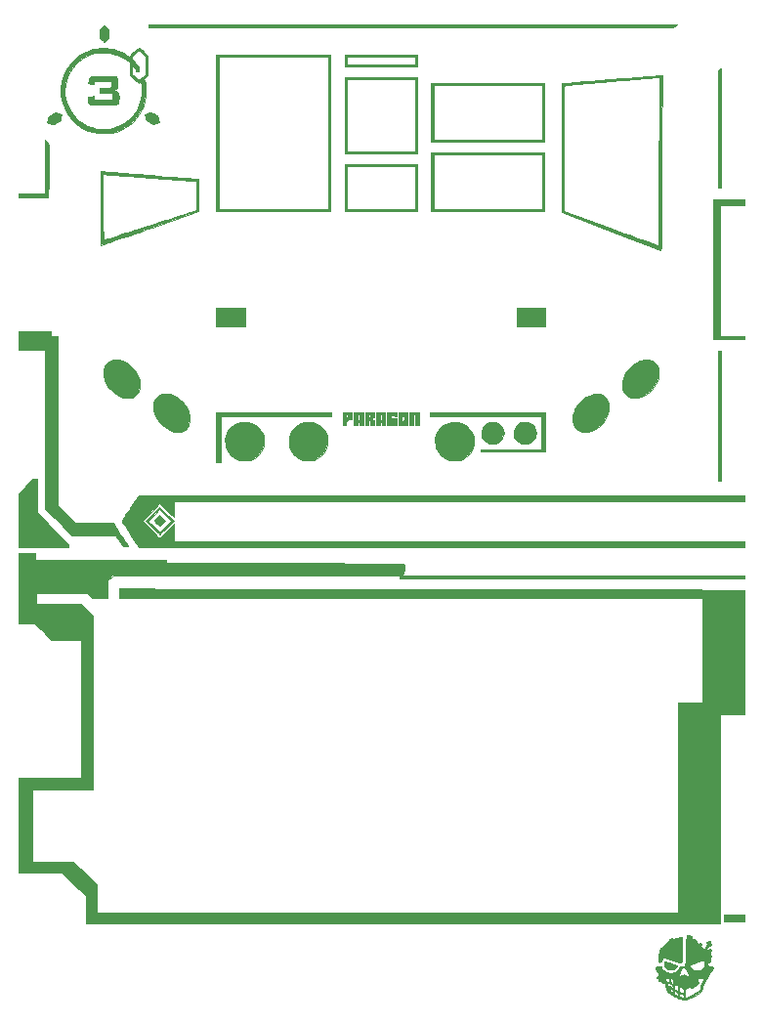
<source format=gbr>
G04 #@! TF.GenerationSoftware,KiCad,Pcbnew,(5.0.0)*
G04 #@! TF.CreationDate,2018-10-16T14:20:07+10:30*
G04 #@! TF.ProjectId,Paragon,50617261676F6E2E6B696361645F7063,rev?*
G04 #@! TF.SameCoordinates,Original*
G04 #@! TF.FileFunction,Soldermask,Top*
G04 #@! TF.FilePolarity,Negative*
%FSLAX46Y46*%
G04 Gerber Fmt 4.6, Leading zero omitted, Abs format (unit mm)*
G04 Created by KiCad (PCBNEW (5.0.0)) date 10/16/18 14:20:07*
%MOMM*%
%LPD*%
G01*
G04 APERTURE LIST*
%ADD10C,0.010000*%
G04 APERTURE END LIST*
D10*
G04 #@! TO.C,G\002A\002A\002A*
G36*
X114927231Y-56269916D02*
X115149903Y-56271408D01*
X115331422Y-56274728D01*
X115476636Y-56280557D01*
X115590392Y-56289577D01*
X115677539Y-56302470D01*
X115742924Y-56319916D01*
X115791395Y-56342599D01*
X115827801Y-56371199D01*
X115856987Y-56406399D01*
X115879257Y-56441204D01*
X115903975Y-56509607D01*
X115923319Y-56614557D01*
X115936515Y-56741959D01*
X115942786Y-56877717D01*
X115941356Y-57007737D01*
X115931449Y-57117922D01*
X115919594Y-57173929D01*
X115861892Y-57281887D01*
X115764184Y-57369448D01*
X115635859Y-57428314D01*
X115629935Y-57430036D01*
X115544123Y-57457612D01*
X115507706Y-57478645D01*
X115519935Y-57495038D01*
X115580060Y-57508693D01*
X115597947Y-57511288D01*
X115752539Y-57551699D01*
X115880038Y-57624086D01*
X115970900Y-57723006D01*
X115971762Y-57724385D01*
X115996111Y-57767371D01*
X116012798Y-57811147D01*
X116023251Y-57866223D01*
X116028901Y-57943111D01*
X116031178Y-58052321D01*
X116031531Y-58163764D01*
X116028520Y-58336419D01*
X116017505Y-58466812D01*
X115995509Y-58563281D01*
X115959558Y-58634168D01*
X115906675Y-58687809D01*
X115833886Y-58732546D01*
X115827420Y-58735836D01*
X115799744Y-58748599D01*
X115768881Y-58759072D01*
X115729709Y-58767508D01*
X115677106Y-58774163D01*
X115605950Y-58779290D01*
X115511119Y-58783143D01*
X115387490Y-58785975D01*
X115229943Y-58788042D01*
X115033355Y-58789597D01*
X114792603Y-58790894D01*
X114709409Y-58791278D01*
X114484073Y-58791739D01*
X114272410Y-58791110D01*
X114080330Y-58789485D01*
X113913745Y-58786962D01*
X113778564Y-58783636D01*
X113680698Y-58779605D01*
X113626058Y-58774963D01*
X113619149Y-58773519D01*
X113517631Y-58723974D01*
X113444938Y-58643581D01*
X113398847Y-58527893D01*
X113377133Y-58372466D01*
X113374716Y-58285019D01*
X113376129Y-58193280D01*
X113383066Y-58140249D01*
X113399284Y-58113815D01*
X113428542Y-58101869D01*
X113431781Y-58101126D01*
X113485419Y-58089172D01*
X113569933Y-58070342D01*
X113662188Y-58049791D01*
X113752024Y-58030497D01*
X113822582Y-58016662D01*
X113858902Y-58011215D01*
X113859235Y-58011212D01*
X113870948Y-58034491D01*
X113879456Y-58095793D01*
X113883057Y-58182307D01*
X113883083Y-58190583D01*
X113883083Y-58369954D01*
X114643219Y-58362204D01*
X114876200Y-58360044D01*
X115063353Y-58357548D01*
X115209679Y-58352816D01*
X115320176Y-58343949D01*
X115399845Y-58329047D01*
X115453684Y-58306209D01*
X115486694Y-58273536D01*
X115503874Y-58229128D01*
X115510223Y-58171085D01*
X115510741Y-58097507D01*
X115510310Y-58032696D01*
X115509994Y-57929313D01*
X115505015Y-57850416D01*
X115489323Y-57792698D01*
X115456872Y-57752854D01*
X115401611Y-57727578D01*
X115317493Y-57713563D01*
X115198470Y-57707504D01*
X115038492Y-57706095D01*
X114912812Y-57706107D01*
X114417017Y-57706107D01*
X114417017Y-57302510D01*
X114876772Y-57294548D01*
X115053866Y-57291276D01*
X115186542Y-57286023D01*
X115281207Y-57275171D01*
X115344269Y-57255102D01*
X115382134Y-57222197D01*
X115401210Y-57172839D01*
X115407903Y-57103408D01*
X115408620Y-57010287D01*
X115408608Y-56994195D01*
X115409207Y-56912311D01*
X115407506Y-56847312D01*
X115398257Y-56797195D01*
X115376211Y-56759957D01*
X115336120Y-56733598D01*
X115272736Y-56716115D01*
X115180811Y-56705506D01*
X115055097Y-56699769D01*
X114890345Y-56696901D01*
X114681308Y-56694902D01*
X114622500Y-56694313D01*
X113908508Y-56686824D01*
X113908508Y-56840509D01*
X113904142Y-56936434D01*
X113890571Y-56985661D01*
X113876726Y-56994246D01*
X113838715Y-56989893D01*
X113764046Y-56978210D01*
X113666025Y-56961334D01*
X113619018Y-56952832D01*
X113393092Y-56911366D01*
X113409275Y-56719915D01*
X113430999Y-56569101D01*
X113469998Y-56458267D01*
X113531119Y-56378085D01*
X113616823Y-56320421D01*
X113645412Y-56307210D01*
X113676960Y-56296504D01*
X113716836Y-56288041D01*
X113770410Y-56281557D01*
X113843050Y-56276792D01*
X113940123Y-56273484D01*
X114067000Y-56271369D01*
X114229049Y-56270187D01*
X114431638Y-56269675D01*
X114658558Y-56269570D01*
X114927231Y-56269916D01*
X114927231Y-56269916D01*
G37*
X114927231Y-56269916D02*
X115149903Y-56271408D01*
X115331422Y-56274728D01*
X115476636Y-56280557D01*
X115590392Y-56289577D01*
X115677539Y-56302470D01*
X115742924Y-56319916D01*
X115791395Y-56342599D01*
X115827801Y-56371199D01*
X115856987Y-56406399D01*
X115879257Y-56441204D01*
X115903975Y-56509607D01*
X115923319Y-56614557D01*
X115936515Y-56741959D01*
X115942786Y-56877717D01*
X115941356Y-57007737D01*
X115931449Y-57117922D01*
X115919594Y-57173929D01*
X115861892Y-57281887D01*
X115764184Y-57369448D01*
X115635859Y-57428314D01*
X115629935Y-57430036D01*
X115544123Y-57457612D01*
X115507706Y-57478645D01*
X115519935Y-57495038D01*
X115580060Y-57508693D01*
X115597947Y-57511288D01*
X115752539Y-57551699D01*
X115880038Y-57624086D01*
X115970900Y-57723006D01*
X115971762Y-57724385D01*
X115996111Y-57767371D01*
X116012798Y-57811147D01*
X116023251Y-57866223D01*
X116028901Y-57943111D01*
X116031178Y-58052321D01*
X116031531Y-58163764D01*
X116028520Y-58336419D01*
X116017505Y-58466812D01*
X115995509Y-58563281D01*
X115959558Y-58634168D01*
X115906675Y-58687809D01*
X115833886Y-58732546D01*
X115827420Y-58735836D01*
X115799744Y-58748599D01*
X115768881Y-58759072D01*
X115729709Y-58767508D01*
X115677106Y-58774163D01*
X115605950Y-58779290D01*
X115511119Y-58783143D01*
X115387490Y-58785975D01*
X115229943Y-58788042D01*
X115033355Y-58789597D01*
X114792603Y-58790894D01*
X114709409Y-58791278D01*
X114484073Y-58791739D01*
X114272410Y-58791110D01*
X114080330Y-58789485D01*
X113913745Y-58786962D01*
X113778564Y-58783636D01*
X113680698Y-58779605D01*
X113626058Y-58774963D01*
X113619149Y-58773519D01*
X113517631Y-58723974D01*
X113444938Y-58643581D01*
X113398847Y-58527893D01*
X113377133Y-58372466D01*
X113374716Y-58285019D01*
X113376129Y-58193280D01*
X113383066Y-58140249D01*
X113399284Y-58113815D01*
X113428542Y-58101869D01*
X113431781Y-58101126D01*
X113485419Y-58089172D01*
X113569933Y-58070342D01*
X113662188Y-58049791D01*
X113752024Y-58030497D01*
X113822582Y-58016662D01*
X113858902Y-58011215D01*
X113859235Y-58011212D01*
X113870948Y-58034491D01*
X113879456Y-58095793D01*
X113883057Y-58182307D01*
X113883083Y-58190583D01*
X113883083Y-58369954D01*
X114643219Y-58362204D01*
X114876200Y-58360044D01*
X115063353Y-58357548D01*
X115209679Y-58352816D01*
X115320176Y-58343949D01*
X115399845Y-58329047D01*
X115453684Y-58306209D01*
X115486694Y-58273536D01*
X115503874Y-58229128D01*
X115510223Y-58171085D01*
X115510741Y-58097507D01*
X115510310Y-58032696D01*
X115509994Y-57929313D01*
X115505015Y-57850416D01*
X115489323Y-57792698D01*
X115456872Y-57752854D01*
X115401611Y-57727578D01*
X115317493Y-57713563D01*
X115198470Y-57707504D01*
X115038492Y-57706095D01*
X114912812Y-57706107D01*
X114417017Y-57706107D01*
X114417017Y-57302510D01*
X114876772Y-57294548D01*
X115053866Y-57291276D01*
X115186542Y-57286023D01*
X115281207Y-57275171D01*
X115344269Y-57255102D01*
X115382134Y-57222197D01*
X115401210Y-57172839D01*
X115407903Y-57103408D01*
X115408620Y-57010287D01*
X115408608Y-56994195D01*
X115409207Y-56912311D01*
X115407506Y-56847312D01*
X115398257Y-56797195D01*
X115376211Y-56759957D01*
X115336120Y-56733598D01*
X115272736Y-56716115D01*
X115180811Y-56705506D01*
X115055097Y-56699769D01*
X114890345Y-56696901D01*
X114681308Y-56694902D01*
X114622500Y-56694313D01*
X113908508Y-56686824D01*
X113908508Y-56840509D01*
X113904142Y-56936434D01*
X113890571Y-56985661D01*
X113876726Y-56994246D01*
X113838715Y-56989893D01*
X113764046Y-56978210D01*
X113666025Y-56961334D01*
X113619018Y-56952832D01*
X113393092Y-56911366D01*
X113409275Y-56719915D01*
X113430999Y-56569101D01*
X113469998Y-56458267D01*
X113531119Y-56378085D01*
X113616823Y-56320421D01*
X113645412Y-56307210D01*
X113676960Y-56296504D01*
X113716836Y-56288041D01*
X113770410Y-56281557D01*
X113843050Y-56276792D01*
X113940123Y-56273484D01*
X114067000Y-56271369D01*
X114229049Y-56270187D01*
X114431638Y-56269675D01*
X114658558Y-56269570D01*
X114927231Y-56269916D01*
G36*
X120061460Y-94813560D02*
X119826778Y-95049223D01*
X119738473Y-95136902D01*
X119663180Y-95209789D01*
X119607998Y-95261148D01*
X119580024Y-95284247D01*
X119578378Y-95284885D01*
X119556382Y-95267864D01*
X119505735Y-95221232D01*
X119433435Y-95151641D01*
X119346485Y-95065739D01*
X119324124Y-95043344D01*
X119083587Y-94801802D01*
X119324147Y-94560237D01*
X119564708Y-94318672D01*
X120061460Y-94813560D01*
X120061460Y-94813560D01*
G37*
X120061460Y-94813560D02*
X119826778Y-95049223D01*
X119738473Y-95136902D01*
X119663180Y-95209789D01*
X119607998Y-95261148D01*
X119580024Y-95284247D01*
X119578378Y-95284885D01*
X119556382Y-95267864D01*
X119505735Y-95221232D01*
X119433435Y-95151641D01*
X119346485Y-95065739D01*
X119324124Y-95043344D01*
X119083587Y-94801802D01*
X119324147Y-94560237D01*
X119564708Y-94318672D01*
X120061460Y-94813560D01*
G36*
X164112602Y-52087088D02*
X118586786Y-52087088D01*
X118586786Y-51781982D01*
X164414524Y-51781982D01*
X164112602Y-52087088D01*
X164112602Y-52087088D01*
G37*
X164112602Y-52087088D02*
X118586786Y-52087088D01*
X118586786Y-51781982D01*
X164414524Y-51781982D01*
X164112602Y-52087088D01*
G36*
X114971670Y-52094671D02*
X115179163Y-52277778D01*
X115179471Y-52625587D01*
X115179779Y-52973395D01*
X114987295Y-53146808D01*
X114903555Y-53220265D01*
X114831853Y-53279510D01*
X114781663Y-53316915D01*
X114764822Y-53325953D01*
X114734894Y-53311953D01*
X114677460Y-53269614D01*
X114601530Y-53205986D01*
X114537266Y-53147975D01*
X114339698Y-52964265D01*
X114340740Y-52292529D01*
X114461511Y-52180764D01*
X114543253Y-52106026D01*
X114626191Y-52031614D01*
X114673230Y-51990282D01*
X114764178Y-51911564D01*
X114971670Y-52094671D01*
X114971670Y-52094671D01*
G37*
X114971670Y-52094671D02*
X115179163Y-52277778D01*
X115179471Y-52625587D01*
X115179779Y-52973395D01*
X114987295Y-53146808D01*
X114903555Y-53220265D01*
X114831853Y-53279510D01*
X114781663Y-53316915D01*
X114764822Y-53325953D01*
X114734894Y-53311953D01*
X114677460Y-53269614D01*
X114601530Y-53205986D01*
X114537266Y-53147975D01*
X114339698Y-52964265D01*
X114340740Y-52292529D01*
X114461511Y-52180764D01*
X114543253Y-52106026D01*
X114626191Y-52031614D01*
X114673230Y-51990282D01*
X114764178Y-51911564D01*
X114971670Y-52094671D01*
G36*
X141901902Y-55494095D02*
X135596396Y-55494095D01*
X135596396Y-54578779D01*
X135799799Y-54578779D01*
X135799799Y-55290691D01*
X141698498Y-55290691D01*
X141698498Y-54578779D01*
X135799799Y-54578779D01*
X135596396Y-54578779D01*
X135596396Y-54400801D01*
X141901902Y-54400801D01*
X141901902Y-55494095D01*
X141901902Y-55494095D01*
G37*
X141901902Y-55494095D02*
X135596396Y-55494095D01*
X135596396Y-54578779D01*
X135799799Y-54578779D01*
X135799799Y-55290691D01*
X141698498Y-55290691D01*
X141698498Y-54578779D01*
X135799799Y-54578779D01*
X135596396Y-54578779D01*
X135596396Y-54400801D01*
X141901902Y-54400801D01*
X141901902Y-55494095D01*
G36*
X118841262Y-59421461D02*
X118904721Y-59453155D01*
X118991176Y-59498902D01*
X119090167Y-59552913D01*
X119191234Y-59609398D01*
X119283914Y-59662568D01*
X119357748Y-59706633D01*
X119402275Y-59735804D01*
X119406164Y-59738855D01*
X119417146Y-59767099D01*
X119435055Y-59832371D01*
X119456983Y-59921805D01*
X119480023Y-60022539D01*
X119501267Y-60121707D01*
X119517806Y-60206446D01*
X119526735Y-60263892D01*
X119527527Y-60275782D01*
X119505140Y-60290044D01*
X119446054Y-60314520D01*
X119362380Y-60345163D01*
X119266228Y-60377927D01*
X119169710Y-60408765D01*
X119084937Y-60433630D01*
X119024020Y-60448476D01*
X119003488Y-60450871D01*
X118974054Y-60438194D01*
X118910125Y-60404453D01*
X118820863Y-60354659D01*
X118715432Y-60293817D01*
X118705999Y-60288285D01*
X118600282Y-60225769D01*
X118511054Y-60172171D01*
X118447210Y-60132894D01*
X118417644Y-60113340D01*
X118416990Y-60112753D01*
X118406118Y-60083485D01*
X118387772Y-60015398D01*
X118364759Y-59919473D01*
X118345859Y-59834625D01*
X118288855Y-59570625D01*
X118534471Y-59490117D01*
X118640942Y-59456177D01*
X118730804Y-59429304D01*
X118792174Y-59412956D01*
X118811260Y-59409610D01*
X118841262Y-59421461D01*
X118841262Y-59421461D01*
G37*
X118841262Y-59421461D02*
X118904721Y-59453155D01*
X118991176Y-59498902D01*
X119090167Y-59552913D01*
X119191234Y-59609398D01*
X119283914Y-59662568D01*
X119357748Y-59706633D01*
X119402275Y-59735804D01*
X119406164Y-59738855D01*
X119417146Y-59767099D01*
X119435055Y-59832371D01*
X119456983Y-59921805D01*
X119480023Y-60022539D01*
X119501267Y-60121707D01*
X119517806Y-60206446D01*
X119526735Y-60263892D01*
X119527527Y-60275782D01*
X119505140Y-60290044D01*
X119446054Y-60314520D01*
X119362380Y-60345163D01*
X119266228Y-60377927D01*
X119169710Y-60408765D01*
X119084937Y-60433630D01*
X119024020Y-60448476D01*
X119003488Y-60450871D01*
X118974054Y-60438194D01*
X118910125Y-60404453D01*
X118820863Y-60354659D01*
X118715432Y-60293817D01*
X118705999Y-60288285D01*
X118600282Y-60225769D01*
X118511054Y-60172171D01*
X118447210Y-60132894D01*
X118417644Y-60113340D01*
X118416990Y-60112753D01*
X118406118Y-60083485D01*
X118387772Y-60015398D01*
X118364759Y-59919473D01*
X118345859Y-59834625D01*
X118288855Y-59570625D01*
X118534471Y-59490117D01*
X118640942Y-59456177D01*
X118730804Y-59429304D01*
X118792174Y-59412956D01*
X118811260Y-59409610D01*
X118841262Y-59421461D01*
G36*
X110594692Y-59442665D02*
X110664876Y-59462659D01*
X110755091Y-59490680D01*
X110852116Y-59522386D01*
X110942733Y-59553439D01*
X111013723Y-59579498D01*
X111051867Y-59596225D01*
X111054401Y-59598079D01*
X111053938Y-59625913D01*
X111044095Y-59692629D01*
X111026643Y-59787493D01*
X111008883Y-59874139D01*
X110952331Y-60139166D01*
X110661309Y-60308322D01*
X110549690Y-60371264D01*
X110451113Y-60423268D01*
X110375180Y-60459518D01*
X110331496Y-60475202D01*
X110327836Y-60475471D01*
X110286113Y-60466722D01*
X110209553Y-60444933D01*
X110111281Y-60413962D01*
X110056556Y-60395714D01*
X109957659Y-60361963D01*
X109879367Y-60334963D01*
X109832386Y-60318422D01*
X109823713Y-60315088D01*
X109827177Y-60290745D01*
X109839667Y-60227087D01*
X109859093Y-60134422D01*
X109878080Y-60046982D01*
X109915200Y-59897339D01*
X109949621Y-59798095D01*
X109981475Y-59748875D01*
X109982718Y-59747926D01*
X110039019Y-59710861D01*
X110121376Y-59661604D01*
X110219002Y-59606025D01*
X110321111Y-59549991D01*
X110416916Y-59499374D01*
X110495630Y-59460042D01*
X110546467Y-59437864D01*
X110557756Y-59435036D01*
X110594692Y-59442665D01*
X110594692Y-59442665D01*
G37*
X110594692Y-59442665D02*
X110664876Y-59462659D01*
X110755091Y-59490680D01*
X110852116Y-59522386D01*
X110942733Y-59553439D01*
X111013723Y-59579498D01*
X111051867Y-59596225D01*
X111054401Y-59598079D01*
X111053938Y-59625913D01*
X111044095Y-59692629D01*
X111026643Y-59787493D01*
X111008883Y-59874139D01*
X110952331Y-60139166D01*
X110661309Y-60308322D01*
X110549690Y-60371264D01*
X110451113Y-60423268D01*
X110375180Y-60459518D01*
X110331496Y-60475202D01*
X110327836Y-60475471D01*
X110286113Y-60466722D01*
X110209553Y-60444933D01*
X110111281Y-60413962D01*
X110056556Y-60395714D01*
X109957659Y-60361963D01*
X109879367Y-60334963D01*
X109832386Y-60318422D01*
X109823713Y-60315088D01*
X109827177Y-60290745D01*
X109839667Y-60227087D01*
X109859093Y-60134422D01*
X109878080Y-60046982D01*
X109915200Y-59897339D01*
X109949621Y-59798095D01*
X109981475Y-59748875D01*
X109982718Y-59747926D01*
X110039019Y-59710861D01*
X110121376Y-59661604D01*
X110219002Y-59606025D01*
X110321111Y-59549991D01*
X110416916Y-59499374D01*
X110495630Y-59460042D01*
X110546467Y-59437864D01*
X110557756Y-59435036D01*
X110594692Y-59442665D01*
G36*
X117795744Y-53844649D02*
X117853405Y-53889041D01*
X117936891Y-53956850D01*
X118039997Y-54043022D01*
X118156517Y-54142504D01*
X118175923Y-54159260D01*
X118558129Y-54489790D01*
X118562867Y-56193294D01*
X118397039Y-56345846D01*
X118231210Y-56498399D01*
X118280599Y-56689090D01*
X118330615Y-56905684D01*
X118363295Y-57109678D01*
X118381146Y-57321814D01*
X118386677Y-57562832D01*
X118386678Y-57566351D01*
X118363078Y-58003373D01*
X118291853Y-58422936D01*
X118172754Y-58825727D01*
X118005531Y-59212431D01*
X117789933Y-59583735D01*
X117525710Y-59940324D01*
X117515883Y-59952180D01*
X117236067Y-60249833D01*
X116920121Y-60516095D01*
X116574521Y-60747192D01*
X116205747Y-60939352D01*
X115820274Y-61088800D01*
X115424583Y-61191764D01*
X115370470Y-61201945D01*
X115182183Y-61227944D01*
X114964773Y-61245356D01*
X114735090Y-61253792D01*
X114509982Y-61252866D01*
X114306297Y-61242191D01*
X114188188Y-61229102D01*
X113759300Y-61142592D01*
X113351729Y-61011166D01*
X112967899Y-60837119D01*
X112610232Y-60622744D01*
X112281151Y-60370336D01*
X111983078Y-60082189D01*
X111718437Y-59760597D01*
X111489649Y-59407856D01*
X111299138Y-59026258D01*
X111149326Y-58618098D01*
X111058606Y-58265466D01*
X111021759Y-58029157D01*
X111001762Y-57762113D01*
X110998638Y-57481587D01*
X111000755Y-57439032D01*
X111355446Y-57439032D01*
X111364613Y-57839345D01*
X111422012Y-58240220D01*
X111509950Y-58580080D01*
X111652034Y-58949040D01*
X111838311Y-59297209D01*
X112065081Y-59620882D01*
X112328644Y-59916356D01*
X112625299Y-60179926D01*
X112951345Y-60407891D01*
X113303082Y-60596544D01*
X113666967Y-60739012D01*
X113842210Y-60789464D01*
X114038861Y-60835907D01*
X114232904Y-60873122D01*
X114378878Y-60893712D01*
X114510140Y-60901032D01*
X114675580Y-60900061D01*
X114859374Y-60891757D01*
X115045697Y-60877078D01*
X115218724Y-60856982D01*
X115350986Y-60834856D01*
X115749738Y-60728377D01*
X116126416Y-60577415D01*
X116478109Y-60384541D01*
X116801909Y-60152331D01*
X117094907Y-59883357D01*
X117354193Y-59580193D01*
X117576860Y-59245413D01*
X117759997Y-58881590D01*
X117862428Y-58613069D01*
X117957396Y-58265809D01*
X118011620Y-57908921D01*
X118027325Y-57563241D01*
X118024034Y-57430502D01*
X118014953Y-57286211D01*
X118001395Y-57141409D01*
X117984670Y-57007139D01*
X117966091Y-56894440D01*
X117946968Y-56814354D01*
X117934878Y-56785031D01*
X117909562Y-56785459D01*
X117864334Y-56815600D01*
X117848141Y-56830183D01*
X117776134Y-56899170D01*
X117675207Y-56813199D01*
X117619515Y-56765502D01*
X117535338Y-56693094D01*
X117432634Y-56604553D01*
X117321359Y-56508455D01*
X117280322Y-56472973D01*
X116986364Y-56218719D01*
X116985674Y-55683589D01*
X116984985Y-55148459D01*
X116889639Y-55056711D01*
X116666968Y-54870494D01*
X116403774Y-54698450D01*
X116393820Y-54693268D01*
X117163761Y-54693268D01*
X117166714Y-54743771D01*
X117180858Y-54788628D01*
X117212780Y-54838526D01*
X117269068Y-54904148D01*
X117340191Y-54979440D01*
X117435833Y-55082973D01*
X117535675Y-55197564D01*
X117622395Y-55303153D01*
X117645296Y-55332757D01*
X117773173Y-55501678D01*
X117773173Y-55900901D01*
X117677827Y-55899410D01*
X117628428Y-55895665D01*
X117590473Y-55880312D01*
X117553429Y-55844424D01*
X117506765Y-55779075D01*
X117471241Y-55724311D01*
X117402721Y-55622973D01*
X117328463Y-55521782D01*
X117264136Y-55442059D01*
X117262123Y-55439766D01*
X117164246Y-55328829D01*
X117169961Y-55721496D01*
X117175675Y-56114163D01*
X117478221Y-56350737D01*
X117603375Y-56445803D01*
X117702495Y-56515257D01*
X117771675Y-56556553D01*
X117807008Y-56567142D01*
X117808752Y-56566256D01*
X117841426Y-56541867D01*
X117903036Y-56496030D01*
X117981681Y-56437598D01*
X118002002Y-56422510D01*
X118099037Y-56347403D01*
X118196420Y-56267049D01*
X118273522Y-56198483D01*
X118275325Y-56196768D01*
X118383383Y-56093717D01*
X118383383Y-54607896D01*
X118091445Y-54332727D01*
X117990262Y-54238768D01*
X117901078Y-54158605D01*
X117830760Y-54098204D01*
X117786176Y-54063531D01*
X117774703Y-54057558D01*
X117748282Y-54073886D01*
X117691637Y-54118936D01*
X117611787Y-54186806D01*
X117515751Y-54271593D01*
X117457230Y-54324525D01*
X117346104Y-54426544D01*
X117267314Y-54501649D01*
X117215297Y-54556830D01*
X117184489Y-54599077D01*
X117169329Y-54635379D01*
X117164252Y-54672727D01*
X117163761Y-54693268D01*
X116393820Y-54693268D01*
X116109488Y-54545256D01*
X115793545Y-54415587D01*
X115465375Y-54314119D01*
X115323669Y-54280498D01*
X115175166Y-54257373D01*
X114990853Y-54242120D01*
X114785155Y-54234721D01*
X114572499Y-54235155D01*
X114367309Y-54243401D01*
X114184011Y-54259442D01*
X114041529Y-54282263D01*
X113633529Y-54396139D01*
X113248615Y-54554438D01*
X112889103Y-54755867D01*
X112557307Y-54999132D01*
X112261518Y-55276610D01*
X112000717Y-55588180D01*
X111782599Y-55924704D01*
X111608087Y-56282117D01*
X111478108Y-56656352D01*
X111393586Y-57043346D01*
X111355446Y-57439032D01*
X111000755Y-57439032D01*
X111012409Y-57204828D01*
X111043097Y-56949088D01*
X111056773Y-56873097D01*
X111162517Y-56452272D01*
X111308344Y-56061357D01*
X111496296Y-55696517D01*
X111728415Y-55353916D01*
X112006744Y-55029720D01*
X112076291Y-54958574D01*
X112388911Y-54674226D01*
X112713397Y-54436600D01*
X113056671Y-54241841D01*
X113425657Y-54086090D01*
X113827280Y-53965491D01*
X113883083Y-53951997D01*
X114122882Y-53908319D01*
X114393255Y-53880662D01*
X114676296Y-53869691D01*
X114954103Y-53876071D01*
X115208771Y-53900466D01*
X115221617Y-53902324D01*
X115570539Y-53973398D01*
X115924264Y-54082060D01*
X116268275Y-54222655D01*
X116588051Y-54389528D01*
X116770631Y-54505673D01*
X116853910Y-54561803D01*
X116921124Y-54604684D01*
X116961561Y-54627575D01*
X116967678Y-54629630D01*
X116980305Y-54607654D01*
X116985171Y-54559710D01*
X116990881Y-54530207D01*
X117011021Y-54494500D01*
X117050332Y-54447602D01*
X117113554Y-54384530D01*
X117205427Y-54300297D01*
X117330693Y-54189918D01*
X117365933Y-54159260D01*
X117483657Y-54058006D01*
X117588980Y-53969292D01*
X117675698Y-53898192D01*
X117737610Y-53849777D01*
X117768511Y-53829120D01*
X117770112Y-53828729D01*
X117795744Y-53844649D01*
X117795744Y-53844649D01*
G37*
X117795744Y-53844649D02*
X117853405Y-53889041D01*
X117936891Y-53956850D01*
X118039997Y-54043022D01*
X118156517Y-54142504D01*
X118175923Y-54159260D01*
X118558129Y-54489790D01*
X118562867Y-56193294D01*
X118397039Y-56345846D01*
X118231210Y-56498399D01*
X118280599Y-56689090D01*
X118330615Y-56905684D01*
X118363295Y-57109678D01*
X118381146Y-57321814D01*
X118386677Y-57562832D01*
X118386678Y-57566351D01*
X118363078Y-58003373D01*
X118291853Y-58422936D01*
X118172754Y-58825727D01*
X118005531Y-59212431D01*
X117789933Y-59583735D01*
X117525710Y-59940324D01*
X117515883Y-59952180D01*
X117236067Y-60249833D01*
X116920121Y-60516095D01*
X116574521Y-60747192D01*
X116205747Y-60939352D01*
X115820274Y-61088800D01*
X115424583Y-61191764D01*
X115370470Y-61201945D01*
X115182183Y-61227944D01*
X114964773Y-61245356D01*
X114735090Y-61253792D01*
X114509982Y-61252866D01*
X114306297Y-61242191D01*
X114188188Y-61229102D01*
X113759300Y-61142592D01*
X113351729Y-61011166D01*
X112967899Y-60837119D01*
X112610232Y-60622744D01*
X112281151Y-60370336D01*
X111983078Y-60082189D01*
X111718437Y-59760597D01*
X111489649Y-59407856D01*
X111299138Y-59026258D01*
X111149326Y-58618098D01*
X111058606Y-58265466D01*
X111021759Y-58029157D01*
X111001762Y-57762113D01*
X110998638Y-57481587D01*
X111000755Y-57439032D01*
X111355446Y-57439032D01*
X111364613Y-57839345D01*
X111422012Y-58240220D01*
X111509950Y-58580080D01*
X111652034Y-58949040D01*
X111838311Y-59297209D01*
X112065081Y-59620882D01*
X112328644Y-59916356D01*
X112625299Y-60179926D01*
X112951345Y-60407891D01*
X113303082Y-60596544D01*
X113666967Y-60739012D01*
X113842210Y-60789464D01*
X114038861Y-60835907D01*
X114232904Y-60873122D01*
X114378878Y-60893712D01*
X114510140Y-60901032D01*
X114675580Y-60900061D01*
X114859374Y-60891757D01*
X115045697Y-60877078D01*
X115218724Y-60856982D01*
X115350986Y-60834856D01*
X115749738Y-60728377D01*
X116126416Y-60577415D01*
X116478109Y-60384541D01*
X116801909Y-60152331D01*
X117094907Y-59883357D01*
X117354193Y-59580193D01*
X117576860Y-59245413D01*
X117759997Y-58881590D01*
X117862428Y-58613069D01*
X117957396Y-58265809D01*
X118011620Y-57908921D01*
X118027325Y-57563241D01*
X118024034Y-57430502D01*
X118014953Y-57286211D01*
X118001395Y-57141409D01*
X117984670Y-57007139D01*
X117966091Y-56894440D01*
X117946968Y-56814354D01*
X117934878Y-56785031D01*
X117909562Y-56785459D01*
X117864334Y-56815600D01*
X117848141Y-56830183D01*
X117776134Y-56899170D01*
X117675207Y-56813199D01*
X117619515Y-56765502D01*
X117535338Y-56693094D01*
X117432634Y-56604553D01*
X117321359Y-56508455D01*
X117280322Y-56472973D01*
X116986364Y-56218719D01*
X116985674Y-55683589D01*
X116984985Y-55148459D01*
X116889639Y-55056711D01*
X116666968Y-54870494D01*
X116403774Y-54698450D01*
X116393820Y-54693268D01*
X117163761Y-54693268D01*
X117166714Y-54743771D01*
X117180858Y-54788628D01*
X117212780Y-54838526D01*
X117269068Y-54904148D01*
X117340191Y-54979440D01*
X117435833Y-55082973D01*
X117535675Y-55197564D01*
X117622395Y-55303153D01*
X117645296Y-55332757D01*
X117773173Y-55501678D01*
X117773173Y-55900901D01*
X117677827Y-55899410D01*
X117628428Y-55895665D01*
X117590473Y-55880312D01*
X117553429Y-55844424D01*
X117506765Y-55779075D01*
X117471241Y-55724311D01*
X117402721Y-55622973D01*
X117328463Y-55521782D01*
X117264136Y-55442059D01*
X117262123Y-55439766D01*
X117164246Y-55328829D01*
X117169961Y-55721496D01*
X117175675Y-56114163D01*
X117478221Y-56350737D01*
X117603375Y-56445803D01*
X117702495Y-56515257D01*
X117771675Y-56556553D01*
X117807008Y-56567142D01*
X117808752Y-56566256D01*
X117841426Y-56541867D01*
X117903036Y-56496030D01*
X117981681Y-56437598D01*
X118002002Y-56422510D01*
X118099037Y-56347403D01*
X118196420Y-56267049D01*
X118273522Y-56198483D01*
X118275325Y-56196768D01*
X118383383Y-56093717D01*
X118383383Y-54607896D01*
X118091445Y-54332727D01*
X117990262Y-54238768D01*
X117901078Y-54158605D01*
X117830760Y-54098204D01*
X117786176Y-54063531D01*
X117774703Y-54057558D01*
X117748282Y-54073886D01*
X117691637Y-54118936D01*
X117611787Y-54186806D01*
X117515751Y-54271593D01*
X117457230Y-54324525D01*
X117346104Y-54426544D01*
X117267314Y-54501649D01*
X117215297Y-54556830D01*
X117184489Y-54599077D01*
X117169329Y-54635379D01*
X117164252Y-54672727D01*
X117163761Y-54693268D01*
X116393820Y-54693268D01*
X116109488Y-54545256D01*
X115793545Y-54415587D01*
X115465375Y-54314119D01*
X115323669Y-54280498D01*
X115175166Y-54257373D01*
X114990853Y-54242120D01*
X114785155Y-54234721D01*
X114572499Y-54235155D01*
X114367309Y-54243401D01*
X114184011Y-54259442D01*
X114041529Y-54282263D01*
X113633529Y-54396139D01*
X113248615Y-54554438D01*
X112889103Y-54755867D01*
X112557307Y-54999132D01*
X112261518Y-55276610D01*
X112000717Y-55588180D01*
X111782599Y-55924704D01*
X111608087Y-56282117D01*
X111478108Y-56656352D01*
X111393586Y-57043346D01*
X111355446Y-57439032D01*
X111000755Y-57439032D01*
X111012409Y-57204828D01*
X111043097Y-56949088D01*
X111056773Y-56873097D01*
X111162517Y-56452272D01*
X111308344Y-56061357D01*
X111496296Y-55696517D01*
X111728415Y-55353916D01*
X112006744Y-55029720D01*
X112076291Y-54958574D01*
X112388911Y-54674226D01*
X112713397Y-54436600D01*
X113056671Y-54241841D01*
X113425657Y-54086090D01*
X113827280Y-53965491D01*
X113883083Y-53951997D01*
X114122882Y-53908319D01*
X114393255Y-53880662D01*
X114676296Y-53869691D01*
X114954103Y-53876071D01*
X115208771Y-53900466D01*
X115221617Y-53902324D01*
X115570539Y-53973398D01*
X115924264Y-54082060D01*
X116268275Y-54222655D01*
X116588051Y-54389528D01*
X116770631Y-54505673D01*
X116853910Y-54561803D01*
X116921124Y-54604684D01*
X116961561Y-54627575D01*
X116967678Y-54629630D01*
X116980305Y-54607654D01*
X116985171Y-54559710D01*
X116990881Y-54530207D01*
X117011021Y-54494500D01*
X117050332Y-54447602D01*
X117113554Y-54384530D01*
X117205427Y-54300297D01*
X117330693Y-54189918D01*
X117365933Y-54159260D01*
X117483657Y-54058006D01*
X117588980Y-53969292D01*
X117675698Y-53898192D01*
X117737610Y-53849777D01*
X117768511Y-53829120D01*
X117770112Y-53828729D01*
X117795744Y-53844649D01*
G36*
X152911111Y-62003003D02*
X143096896Y-62003003D01*
X143096896Y-61799735D01*
X143300300Y-61799735D01*
X152720420Y-61786887D01*
X152720420Y-57083184D01*
X143300300Y-57070336D01*
X143300300Y-61799735D01*
X143096896Y-61799735D01*
X143096896Y-56917918D01*
X152911111Y-56917918D01*
X152911111Y-62003003D01*
X152911111Y-62003003D01*
G37*
X152911111Y-62003003D02*
X143096896Y-62003003D01*
X143096896Y-61799735D01*
X143300300Y-61799735D01*
X152720420Y-61786887D01*
X152720420Y-57083184D01*
X143300300Y-57070336D01*
X143300300Y-61799735D01*
X143096896Y-61799735D01*
X143096896Y-56917918D01*
X152911111Y-56917918D01*
X152911111Y-62003003D01*
G36*
X141901902Y-62994595D02*
X135596396Y-62994595D01*
X135596396Y-56587388D01*
X135799799Y-56587388D01*
X135799799Y-62791192D01*
X141698498Y-62791192D01*
X141698498Y-56587388D01*
X135799799Y-56587388D01*
X135596396Y-56587388D01*
X135596396Y-56409410D01*
X141901902Y-56409410D01*
X141901902Y-62994595D01*
X141901902Y-62994595D01*
G37*
X141901902Y-62994595D02*
X135596396Y-62994595D01*
X135596396Y-56587388D01*
X135799799Y-56587388D01*
X135799799Y-62791192D01*
X141698498Y-62791192D01*
X141698498Y-56587388D01*
X135799799Y-56587388D01*
X135596396Y-56587388D01*
X135596396Y-56409410D01*
X141901902Y-56409410D01*
X141901902Y-62994595D01*
G36*
X168205487Y-55646250D02*
X168206731Y-55719746D01*
X168207934Y-55839326D01*
X168209092Y-56002607D01*
X168210197Y-56207206D01*
X168211244Y-56450739D01*
X168212226Y-56730824D01*
X168213139Y-57045077D01*
X168213975Y-57391115D01*
X168214729Y-57766554D01*
X168215395Y-58169011D01*
X168215967Y-58596103D01*
X168216439Y-59045447D01*
X168216805Y-59514659D01*
X168217059Y-60001357D01*
X168217194Y-60503156D01*
X168217217Y-60808008D01*
X168217217Y-65994795D01*
X167937537Y-65994795D01*
X167938451Y-55786487D01*
X168064826Y-55703854D01*
X168134283Y-55659760D01*
X168185372Y-55629780D01*
X168204209Y-55621222D01*
X168205487Y-55646250D01*
X168205487Y-55646250D01*
G37*
X168205487Y-55646250D02*
X168206731Y-55719746D01*
X168207934Y-55839326D01*
X168209092Y-56002607D01*
X168210197Y-56207206D01*
X168211244Y-56450739D01*
X168212226Y-56730824D01*
X168213139Y-57045077D01*
X168213975Y-57391115D01*
X168214729Y-57766554D01*
X168215395Y-58169011D01*
X168215967Y-58596103D01*
X168216439Y-59045447D01*
X168216805Y-59514659D01*
X168217059Y-60001357D01*
X168217194Y-60503156D01*
X168217217Y-60808008D01*
X168217217Y-65994795D01*
X167937537Y-65994795D01*
X167938451Y-55786487D01*
X168064826Y-55703854D01*
X168134283Y-55659760D01*
X168185372Y-55629780D01*
X168204209Y-55621222D01*
X168205487Y-55646250D01*
G36*
X109967567Y-62204799D02*
X109967567Y-63129447D01*
X109967213Y-63346647D01*
X109966199Y-63604844D01*
X109964597Y-63894188D01*
X109962480Y-64204829D01*
X109959919Y-64526918D01*
X109956987Y-64850606D01*
X109953755Y-65166044D01*
X109950694Y-65431251D01*
X109933821Y-66808409D01*
X107323323Y-66808409D01*
X107323323Y-66503304D01*
X109662197Y-66503304D01*
X109668686Y-64159810D01*
X109675175Y-61816315D01*
X109967567Y-62204799D01*
X109967567Y-62204799D01*
G37*
X109967567Y-62204799D02*
X109967567Y-63129447D01*
X109967213Y-63346647D01*
X109966199Y-63604844D01*
X109964597Y-63894188D01*
X109962480Y-64204829D01*
X109959919Y-64526918D01*
X109956987Y-64850606D01*
X109953755Y-65166044D01*
X109950694Y-65431251D01*
X109933821Y-66808409D01*
X107323323Y-66808409D01*
X107323323Y-66503304D01*
X109662197Y-66503304D01*
X109668686Y-64159810D01*
X109675175Y-61816315D01*
X109967567Y-62204799D01*
G36*
X152911111Y-68003404D02*
X143096896Y-68003404D01*
X143096896Y-63096297D01*
X143300300Y-63096297D01*
X143300300Y-67800135D01*
X148010360Y-67793711D01*
X152720420Y-67787288D01*
X152726909Y-65441792D01*
X152733397Y-63096297D01*
X143300300Y-63096297D01*
X143096896Y-63096297D01*
X143096896Y-62918319D01*
X152911111Y-62918319D01*
X152911111Y-68003404D01*
X152911111Y-68003404D01*
G37*
X152911111Y-68003404D02*
X143096896Y-68003404D01*
X143096896Y-63096297D01*
X143300300Y-63096297D01*
X143300300Y-67800135D01*
X148010360Y-67793711D01*
X152720420Y-67787288D01*
X152726909Y-65441792D01*
X152733397Y-63096297D01*
X143300300Y-63096297D01*
X143096896Y-63096297D01*
X143096896Y-62918319D01*
X152911111Y-62918319D01*
X152911111Y-68003404D01*
G36*
X141901902Y-68003404D02*
X135596396Y-68003404D01*
X135596396Y-64087888D01*
X135799799Y-64087888D01*
X135799799Y-67800000D01*
X141698498Y-67800000D01*
X141698498Y-64087888D01*
X135799799Y-64087888D01*
X135596396Y-64087888D01*
X135596396Y-63909910D01*
X141901902Y-63909910D01*
X141901902Y-68003404D01*
X141901902Y-68003404D01*
G37*
X141901902Y-68003404D02*
X135596396Y-68003404D01*
X135596396Y-64087888D01*
X135799799Y-64087888D01*
X135799799Y-67800000D01*
X141698498Y-67800000D01*
X141698498Y-64087888D01*
X135799799Y-64087888D01*
X135596396Y-64087888D01*
X135596396Y-63909910D01*
X141901902Y-63909910D01*
X141901902Y-68003404D01*
G36*
X134375976Y-68003404D02*
X124485485Y-68003404D01*
X124485485Y-54578779D01*
X124688888Y-54578779D01*
X124688888Y-67800000D01*
X134197998Y-67800000D01*
X134197998Y-54578779D01*
X124688888Y-54578779D01*
X124485485Y-54578779D01*
X124485485Y-54400801D01*
X134375976Y-54400801D01*
X134375976Y-68003404D01*
X134375976Y-68003404D01*
G37*
X134375976Y-68003404D02*
X124485485Y-68003404D01*
X124485485Y-54578779D01*
X124688888Y-54578779D01*
X124688888Y-67800000D01*
X134197998Y-67800000D01*
X134197998Y-54578779D01*
X124688888Y-54578779D01*
X124485485Y-54578779D01*
X124485485Y-54400801D01*
X134375976Y-54400801D01*
X134375976Y-68003404D01*
G36*
X114601351Y-64531901D02*
X114625044Y-64534354D01*
X114665565Y-64538143D01*
X114724509Y-64543398D01*
X114803474Y-64550251D01*
X114904056Y-64558833D01*
X115027853Y-64569277D01*
X115176461Y-64581711D01*
X115351476Y-64596269D01*
X115554497Y-64613081D01*
X115787120Y-64632279D01*
X116050940Y-64653994D01*
X116347557Y-64678357D01*
X116678565Y-64705499D01*
X117045563Y-64735551D01*
X117450147Y-64768646D01*
X117893913Y-64804914D01*
X118378459Y-64844486D01*
X118905382Y-64887493D01*
X119476278Y-64934068D01*
X120092744Y-64984341D01*
X120756377Y-65038443D01*
X121468774Y-65096506D01*
X121618981Y-65108747D01*
X122960385Y-65218060D01*
X122953816Y-66616916D01*
X122947247Y-68015771D01*
X119387687Y-69241297D01*
X118964845Y-69386874D01*
X118547143Y-69530674D01*
X118137926Y-69671546D01*
X117740536Y-69808340D01*
X117358317Y-69939904D01*
X116994613Y-70065088D01*
X116652767Y-70182741D01*
X116336124Y-70291712D01*
X116048027Y-70390851D01*
X115791819Y-70479007D01*
X115570844Y-70555029D01*
X115388445Y-70617767D01*
X115247967Y-70666069D01*
X115164623Y-70694709D01*
X114501118Y-70922595D01*
X114484571Y-70486373D01*
X114482315Y-70401159D01*
X114480149Y-70269081D01*
X114478093Y-70094121D01*
X114476167Y-69880266D01*
X114474393Y-69631501D01*
X114472790Y-69351811D01*
X114471380Y-69045181D01*
X114470184Y-68715595D01*
X114469222Y-68367040D01*
X114468514Y-68003501D01*
X114468082Y-67628961D01*
X114467945Y-67283306D01*
X114467875Y-64799800D01*
X114671271Y-64799800D01*
X114671271Y-67647448D01*
X114671384Y-68023377D01*
X114671714Y-68384789D01*
X114672245Y-68728468D01*
X114672964Y-69051198D01*
X114673855Y-69349762D01*
X114674905Y-69620943D01*
X114676097Y-69861525D01*
X114677419Y-70068292D01*
X114678855Y-70238027D01*
X114680390Y-70367514D01*
X114682010Y-70453536D01*
X114683701Y-70492877D01*
X114684213Y-70495096D01*
X114709454Y-70487461D01*
X114780516Y-70465110D01*
X114894801Y-70428872D01*
X115049714Y-70379579D01*
X115242659Y-70318060D01*
X115471040Y-70245146D01*
X115732260Y-70161666D01*
X116023724Y-70068450D01*
X116342835Y-69966330D01*
X116686997Y-69856134D01*
X117053614Y-69738694D01*
X117440091Y-69614838D01*
X117843830Y-69485399D01*
X118262237Y-69351204D01*
X118504383Y-69273518D01*
X118934113Y-69135625D01*
X119353163Y-69001137D01*
X119758732Y-68870955D01*
X120148018Y-68745978D01*
X120518219Y-68627107D01*
X120866534Y-68515241D01*
X121190160Y-68411282D01*
X121486295Y-68316130D01*
X121752137Y-68230684D01*
X121984885Y-68155845D01*
X122181736Y-68092513D01*
X122339890Y-68041588D01*
X122456542Y-68003972D01*
X122528893Y-67980563D01*
X122546796Y-67974725D01*
X122781982Y-67897509D01*
X122781982Y-66641047D01*
X122781796Y-66350506D01*
X122781165Y-66106940D01*
X122779981Y-65906476D01*
X122778134Y-65745237D01*
X122775515Y-65619351D01*
X122772016Y-65524943D01*
X122767528Y-65458138D01*
X122761940Y-65415061D01*
X122755145Y-65391839D01*
X122747034Y-65384597D01*
X122746634Y-65384585D01*
X122734176Y-65384031D01*
X122706018Y-65382280D01*
X122660347Y-65379198D01*
X122595355Y-65374651D01*
X122509229Y-65368506D01*
X122400160Y-65360629D01*
X122266337Y-65350886D01*
X122105949Y-65339144D01*
X121917185Y-65325269D01*
X121698235Y-65309127D01*
X121447289Y-65290585D01*
X121162534Y-65269508D01*
X120842162Y-65245764D01*
X120484361Y-65219218D01*
X120087321Y-65189736D01*
X119649231Y-65157186D01*
X119168280Y-65121433D01*
X118642657Y-65082344D01*
X118070553Y-65039784D01*
X117450156Y-64993621D01*
X117231137Y-64977322D01*
X116885830Y-64951692D01*
X116553686Y-64927171D01*
X116238377Y-64904023D01*
X115943576Y-64882511D01*
X115672955Y-64862900D01*
X115430186Y-64845452D01*
X115218942Y-64830431D01*
X115042894Y-64818101D01*
X114905716Y-64808726D01*
X114811078Y-64802570D01*
X114762654Y-64799895D01*
X114758515Y-64799800D01*
X114671271Y-64799800D01*
X114467875Y-64799800D01*
X114467867Y-64516462D01*
X114601351Y-64531901D01*
X114601351Y-64531901D01*
G37*
X114601351Y-64531901D02*
X114625044Y-64534354D01*
X114665565Y-64538143D01*
X114724509Y-64543398D01*
X114803474Y-64550251D01*
X114904056Y-64558833D01*
X115027853Y-64569277D01*
X115176461Y-64581711D01*
X115351476Y-64596269D01*
X115554497Y-64613081D01*
X115787120Y-64632279D01*
X116050940Y-64653994D01*
X116347557Y-64678357D01*
X116678565Y-64705499D01*
X117045563Y-64735551D01*
X117450147Y-64768646D01*
X117893913Y-64804914D01*
X118378459Y-64844486D01*
X118905382Y-64887493D01*
X119476278Y-64934068D01*
X120092744Y-64984341D01*
X120756377Y-65038443D01*
X121468774Y-65096506D01*
X121618981Y-65108747D01*
X122960385Y-65218060D01*
X122953816Y-66616916D01*
X122947247Y-68015771D01*
X119387687Y-69241297D01*
X118964845Y-69386874D01*
X118547143Y-69530674D01*
X118137926Y-69671546D01*
X117740536Y-69808340D01*
X117358317Y-69939904D01*
X116994613Y-70065088D01*
X116652767Y-70182741D01*
X116336124Y-70291712D01*
X116048027Y-70390851D01*
X115791819Y-70479007D01*
X115570844Y-70555029D01*
X115388445Y-70617767D01*
X115247967Y-70666069D01*
X115164623Y-70694709D01*
X114501118Y-70922595D01*
X114484571Y-70486373D01*
X114482315Y-70401159D01*
X114480149Y-70269081D01*
X114478093Y-70094121D01*
X114476167Y-69880266D01*
X114474393Y-69631501D01*
X114472790Y-69351811D01*
X114471380Y-69045181D01*
X114470184Y-68715595D01*
X114469222Y-68367040D01*
X114468514Y-68003501D01*
X114468082Y-67628961D01*
X114467945Y-67283306D01*
X114467875Y-64799800D01*
X114671271Y-64799800D01*
X114671271Y-67647448D01*
X114671384Y-68023377D01*
X114671714Y-68384789D01*
X114672245Y-68728468D01*
X114672964Y-69051198D01*
X114673855Y-69349762D01*
X114674905Y-69620943D01*
X114676097Y-69861525D01*
X114677419Y-70068292D01*
X114678855Y-70238027D01*
X114680390Y-70367514D01*
X114682010Y-70453536D01*
X114683701Y-70492877D01*
X114684213Y-70495096D01*
X114709454Y-70487461D01*
X114780516Y-70465110D01*
X114894801Y-70428872D01*
X115049714Y-70379579D01*
X115242659Y-70318060D01*
X115471040Y-70245146D01*
X115732260Y-70161666D01*
X116023724Y-70068450D01*
X116342835Y-69966330D01*
X116686997Y-69856134D01*
X117053614Y-69738694D01*
X117440091Y-69614838D01*
X117843830Y-69485399D01*
X118262237Y-69351204D01*
X118504383Y-69273518D01*
X118934113Y-69135625D01*
X119353163Y-69001137D01*
X119758732Y-68870955D01*
X120148018Y-68745978D01*
X120518219Y-68627107D01*
X120866534Y-68515241D01*
X121190160Y-68411282D01*
X121486295Y-68316130D01*
X121752137Y-68230684D01*
X121984885Y-68155845D01*
X122181736Y-68092513D01*
X122339890Y-68041588D01*
X122456542Y-68003972D01*
X122528893Y-67980563D01*
X122546796Y-67974725D01*
X122781982Y-67897509D01*
X122781982Y-66641047D01*
X122781796Y-66350506D01*
X122781165Y-66106940D01*
X122779981Y-65906476D01*
X122778134Y-65745237D01*
X122775515Y-65619351D01*
X122772016Y-65524943D01*
X122767528Y-65458138D01*
X122761940Y-65415061D01*
X122755145Y-65391839D01*
X122747034Y-65384597D01*
X122746634Y-65384585D01*
X122734176Y-65384031D01*
X122706018Y-65382280D01*
X122660347Y-65379198D01*
X122595355Y-65374651D01*
X122509229Y-65368506D01*
X122400160Y-65360629D01*
X122266337Y-65350886D01*
X122105949Y-65339144D01*
X121917185Y-65325269D01*
X121698235Y-65309127D01*
X121447289Y-65290585D01*
X121162534Y-65269508D01*
X120842162Y-65245764D01*
X120484361Y-65219218D01*
X120087321Y-65189736D01*
X119649231Y-65157186D01*
X119168280Y-65121433D01*
X118642657Y-65082344D01*
X118070553Y-65039784D01*
X117450156Y-64993621D01*
X117231137Y-64977322D01*
X116885830Y-64951692D01*
X116553686Y-64927171D01*
X116238377Y-64904023D01*
X115943576Y-64882511D01*
X115672955Y-64862900D01*
X115430186Y-64845452D01*
X115218942Y-64830431D01*
X115042894Y-64818101D01*
X114905716Y-64808726D01*
X114811078Y-64802570D01*
X114762654Y-64799895D01*
X114758515Y-64799800D01*
X114671271Y-64799800D01*
X114467875Y-64799800D01*
X114467867Y-64516462D01*
X114601351Y-64531901D01*
G36*
X163120897Y-56238607D02*
X163120806Y-56312610D01*
X163120398Y-56432591D01*
X163119686Y-56596113D01*
X163118688Y-56800741D01*
X163117418Y-57044038D01*
X163115893Y-57323569D01*
X163114128Y-57636897D01*
X163112140Y-57981586D01*
X163109943Y-58355201D01*
X163107555Y-58755305D01*
X163104990Y-59179463D01*
X163102264Y-59625238D01*
X163099394Y-60090194D01*
X163096395Y-60571895D01*
X163093282Y-61067905D01*
X163090072Y-61575789D01*
X163086780Y-62093110D01*
X163083422Y-62617431D01*
X163080015Y-63146318D01*
X163076573Y-63677334D01*
X163073112Y-64208043D01*
X163069649Y-64736009D01*
X163066199Y-65258796D01*
X163062778Y-65773967D01*
X163059402Y-66279088D01*
X163056086Y-66771721D01*
X163052846Y-67249432D01*
X163049699Y-67709783D01*
X163046659Y-68150338D01*
X163043743Y-68568663D01*
X163040967Y-68962320D01*
X163038345Y-69328874D01*
X163035895Y-69665889D01*
X163033631Y-69970928D01*
X163031571Y-70241556D01*
X163029728Y-70475336D01*
X163028120Y-70669833D01*
X163026762Y-70822610D01*
X163025669Y-70931231D01*
X163024858Y-70993262D01*
X163024822Y-70995284D01*
X163017717Y-71381057D01*
X158720820Y-69745413D01*
X154423924Y-68109769D01*
X154417531Y-62533154D01*
X154614614Y-62533154D01*
X154614614Y-67995837D01*
X158600050Y-69453151D01*
X159033801Y-69611785D01*
X159455272Y-69765987D01*
X159861925Y-69914823D01*
X160251222Y-70057364D01*
X160620623Y-70192676D01*
X160967591Y-70319831D01*
X161289587Y-70437895D01*
X161584072Y-70545937D01*
X161848508Y-70643027D01*
X162080356Y-70728232D01*
X162277078Y-70800623D01*
X162436135Y-70859266D01*
X162554990Y-70903231D01*
X162631103Y-70931587D01*
X162661761Y-70943326D01*
X162718324Y-70966355D01*
X162757104Y-70973668D01*
X162781435Y-70958644D01*
X162794653Y-70914659D01*
X162800089Y-70835091D01*
X162801080Y-70713317D01*
X162801006Y-70666717D01*
X162801110Y-70614815D01*
X162801514Y-70514242D01*
X162802207Y-70367179D01*
X162803176Y-70175804D01*
X162804408Y-69942297D01*
X162805892Y-69668838D01*
X162807614Y-69357606D01*
X162809561Y-69010781D01*
X162811722Y-68630542D01*
X162814084Y-68219068D01*
X162816635Y-67778540D01*
X162819361Y-67311137D01*
X162822250Y-66819038D01*
X162825291Y-66304423D01*
X162828469Y-65769471D01*
X162831774Y-65216362D01*
X162835191Y-64647275D01*
X162838709Y-64064390D01*
X162842316Y-63469886D01*
X162842852Y-63381803D01*
X162846402Y-62789647D01*
X162849768Y-62210750D01*
X162852942Y-61647173D01*
X162855914Y-61100978D01*
X162858678Y-60574224D01*
X162861224Y-60068974D01*
X162863545Y-59587289D01*
X162865633Y-59131229D01*
X162867479Y-58702856D01*
X162869075Y-58304231D01*
X162870413Y-57937415D01*
X162871485Y-57604470D01*
X162872283Y-57307455D01*
X162872798Y-57048434D01*
X162873022Y-56829465D01*
X162872947Y-56652612D01*
X162872566Y-56519934D01*
X162871869Y-56433493D01*
X162870849Y-56395351D01*
X162870558Y-56393615D01*
X162842731Y-56392332D01*
X162769946Y-56395125D01*
X162657895Y-56401609D01*
X162512276Y-56411399D01*
X162338783Y-56424113D01*
X162143112Y-56439366D01*
X161930958Y-56456774D01*
X161919753Y-56457717D01*
X161771847Y-56470185D01*
X161577640Y-56486573D01*
X161341500Y-56506513D01*
X161067796Y-56529635D01*
X160760896Y-56555570D01*
X160425168Y-56583949D01*
X160064981Y-56614401D01*
X159684703Y-56646559D01*
X159288703Y-56680052D01*
X158881349Y-56714511D01*
X158467010Y-56749567D01*
X158050054Y-56784851D01*
X157830931Y-56803396D01*
X157435035Y-56836884D01*
X157052995Y-56869159D01*
X156687890Y-56899965D01*
X156342804Y-56929043D01*
X156020816Y-56956134D01*
X155725008Y-56980981D01*
X155458463Y-57003324D01*
X155224260Y-57022905D01*
X155025483Y-57039467D01*
X154865212Y-57052751D01*
X154746529Y-57062498D01*
X154672516Y-57068450D01*
X154646396Y-57070355D01*
X154642658Y-57079351D01*
X154639207Y-57107451D01*
X154636031Y-57156366D01*
X154633121Y-57227804D01*
X154630468Y-57323478D01*
X154628060Y-57445096D01*
X154625889Y-57594369D01*
X154623944Y-57773008D01*
X154622215Y-57982722D01*
X154620692Y-58225221D01*
X154619366Y-58502217D01*
X154618226Y-58815418D01*
X154617263Y-59166536D01*
X154616466Y-59557280D01*
X154615825Y-59989361D01*
X154615332Y-60464489D01*
X154614975Y-60984374D01*
X154614744Y-61550726D01*
X154614631Y-62165256D01*
X154614614Y-62533154D01*
X154417531Y-62533154D01*
X154417510Y-62515006D01*
X154411097Y-56920244D01*
X154493787Y-56906919D01*
X154531481Y-56902876D01*
X154615926Y-56895154D01*
X154743181Y-56884080D01*
X154909302Y-56869982D01*
X155110348Y-56853184D01*
X155342378Y-56834014D01*
X155601448Y-56812799D01*
X155883618Y-56789864D01*
X156184945Y-56765537D01*
X156501487Y-56740144D01*
X156661361Y-56727379D01*
X157044192Y-56696819D01*
X157467499Y-56662959D01*
X157921074Y-56626618D01*
X158394710Y-56588618D01*
X158878200Y-56549779D01*
X159361334Y-56510920D01*
X159833907Y-56472862D01*
X160285711Y-56436426D01*
X160706537Y-56402431D01*
X160931369Y-56384240D01*
X161259415Y-56357747D01*
X161572627Y-56332586D01*
X161867342Y-56309042D01*
X162139897Y-56287402D01*
X162386630Y-56267952D01*
X162603878Y-56250980D01*
X162787977Y-56236771D01*
X162935265Y-56225612D01*
X163042079Y-56217789D01*
X163104755Y-56213589D01*
X163120653Y-56213018D01*
X163120897Y-56238607D01*
X163120897Y-56238607D01*
G37*
X163120897Y-56238607D02*
X163120806Y-56312610D01*
X163120398Y-56432591D01*
X163119686Y-56596113D01*
X163118688Y-56800741D01*
X163117418Y-57044038D01*
X163115893Y-57323569D01*
X163114128Y-57636897D01*
X163112140Y-57981586D01*
X163109943Y-58355201D01*
X163107555Y-58755305D01*
X163104990Y-59179463D01*
X163102264Y-59625238D01*
X163099394Y-60090194D01*
X163096395Y-60571895D01*
X163093282Y-61067905D01*
X163090072Y-61575789D01*
X163086780Y-62093110D01*
X163083422Y-62617431D01*
X163080015Y-63146318D01*
X163076573Y-63677334D01*
X163073112Y-64208043D01*
X163069649Y-64736009D01*
X163066199Y-65258796D01*
X163062778Y-65773967D01*
X163059402Y-66279088D01*
X163056086Y-66771721D01*
X163052846Y-67249432D01*
X163049699Y-67709783D01*
X163046659Y-68150338D01*
X163043743Y-68568663D01*
X163040967Y-68962320D01*
X163038345Y-69328874D01*
X163035895Y-69665889D01*
X163033631Y-69970928D01*
X163031571Y-70241556D01*
X163029728Y-70475336D01*
X163028120Y-70669833D01*
X163026762Y-70822610D01*
X163025669Y-70931231D01*
X163024858Y-70993262D01*
X163024822Y-70995284D01*
X163017717Y-71381057D01*
X158720820Y-69745413D01*
X154423924Y-68109769D01*
X154417531Y-62533154D01*
X154614614Y-62533154D01*
X154614614Y-67995837D01*
X158600050Y-69453151D01*
X159033801Y-69611785D01*
X159455272Y-69765987D01*
X159861925Y-69914823D01*
X160251222Y-70057364D01*
X160620623Y-70192676D01*
X160967591Y-70319831D01*
X161289587Y-70437895D01*
X161584072Y-70545937D01*
X161848508Y-70643027D01*
X162080356Y-70728232D01*
X162277078Y-70800623D01*
X162436135Y-70859266D01*
X162554990Y-70903231D01*
X162631103Y-70931587D01*
X162661761Y-70943326D01*
X162718324Y-70966355D01*
X162757104Y-70973668D01*
X162781435Y-70958644D01*
X162794653Y-70914659D01*
X162800089Y-70835091D01*
X162801080Y-70713317D01*
X162801006Y-70666717D01*
X162801110Y-70614815D01*
X162801514Y-70514242D01*
X162802207Y-70367179D01*
X162803176Y-70175804D01*
X162804408Y-69942297D01*
X162805892Y-69668838D01*
X162807614Y-69357606D01*
X162809561Y-69010781D01*
X162811722Y-68630542D01*
X162814084Y-68219068D01*
X162816635Y-67778540D01*
X162819361Y-67311137D01*
X162822250Y-66819038D01*
X162825291Y-66304423D01*
X162828469Y-65769471D01*
X162831774Y-65216362D01*
X162835191Y-64647275D01*
X162838709Y-64064390D01*
X162842316Y-63469886D01*
X162842852Y-63381803D01*
X162846402Y-62789647D01*
X162849768Y-62210750D01*
X162852942Y-61647173D01*
X162855914Y-61100978D01*
X162858678Y-60574224D01*
X162861224Y-60068974D01*
X162863545Y-59587289D01*
X162865633Y-59131229D01*
X162867479Y-58702856D01*
X162869075Y-58304231D01*
X162870413Y-57937415D01*
X162871485Y-57604470D01*
X162872283Y-57307455D01*
X162872798Y-57048434D01*
X162873022Y-56829465D01*
X162872947Y-56652612D01*
X162872566Y-56519934D01*
X162871869Y-56433493D01*
X162870849Y-56395351D01*
X162870558Y-56393615D01*
X162842731Y-56392332D01*
X162769946Y-56395125D01*
X162657895Y-56401609D01*
X162512276Y-56411399D01*
X162338783Y-56424113D01*
X162143112Y-56439366D01*
X161930958Y-56456774D01*
X161919753Y-56457717D01*
X161771847Y-56470185D01*
X161577640Y-56486573D01*
X161341500Y-56506513D01*
X161067796Y-56529635D01*
X160760896Y-56555570D01*
X160425168Y-56583949D01*
X160064981Y-56614401D01*
X159684703Y-56646559D01*
X159288703Y-56680052D01*
X158881349Y-56714511D01*
X158467010Y-56749567D01*
X158050054Y-56784851D01*
X157830931Y-56803396D01*
X157435035Y-56836884D01*
X157052995Y-56869159D01*
X156687890Y-56899965D01*
X156342804Y-56929043D01*
X156020816Y-56956134D01*
X155725008Y-56980981D01*
X155458463Y-57003324D01*
X155224260Y-57022905D01*
X155025483Y-57039467D01*
X154865212Y-57052751D01*
X154746529Y-57062498D01*
X154672516Y-57068450D01*
X154646396Y-57070355D01*
X154642658Y-57079351D01*
X154639207Y-57107451D01*
X154636031Y-57156366D01*
X154633121Y-57227804D01*
X154630468Y-57323478D01*
X154628060Y-57445096D01*
X154625889Y-57594369D01*
X154623944Y-57773008D01*
X154622215Y-57982722D01*
X154620692Y-58225221D01*
X154619366Y-58502217D01*
X154618226Y-58815418D01*
X154617263Y-59166536D01*
X154616466Y-59557280D01*
X154615825Y-59989361D01*
X154615332Y-60464489D01*
X154614975Y-60984374D01*
X154614744Y-61550726D01*
X154614631Y-62165256D01*
X154614614Y-62533154D01*
X154417531Y-62533154D01*
X154417510Y-62515006D01*
X154411097Y-56920244D01*
X154493787Y-56906919D01*
X154531481Y-56902876D01*
X154615926Y-56895154D01*
X154743181Y-56884080D01*
X154909302Y-56869982D01*
X155110348Y-56853184D01*
X155342378Y-56834014D01*
X155601448Y-56812799D01*
X155883618Y-56789864D01*
X156184945Y-56765537D01*
X156501487Y-56740144D01*
X156661361Y-56727379D01*
X157044192Y-56696819D01*
X157467499Y-56662959D01*
X157921074Y-56626618D01*
X158394710Y-56588618D01*
X158878200Y-56549779D01*
X159361334Y-56510920D01*
X159833907Y-56472862D01*
X160285711Y-56436426D01*
X160706537Y-56402431D01*
X160931369Y-56384240D01*
X161259415Y-56357747D01*
X161572627Y-56332586D01*
X161867342Y-56309042D01*
X162139897Y-56287402D01*
X162386630Y-56267952D01*
X162603878Y-56250980D01*
X162787977Y-56236771D01*
X162935265Y-56225612D01*
X163042079Y-56217789D01*
X163104755Y-56213589D01*
X163120653Y-56213018D01*
X163120897Y-56238607D01*
G36*
X153012812Y-77995596D02*
X150521121Y-77995596D01*
X150521121Y-76393794D01*
X153012812Y-76393794D01*
X153012812Y-77995596D01*
X153012812Y-77995596D01*
G37*
X153012812Y-77995596D02*
X150521121Y-77995596D01*
X150521121Y-76393794D01*
X153012812Y-76393794D01*
X153012812Y-77995596D01*
G36*
X126977177Y-77995596D02*
X124485485Y-77995596D01*
X124485485Y-76393794D01*
X126977177Y-76393794D01*
X126977177Y-77995596D01*
X126977177Y-77995596D01*
G37*
X126977177Y-77995596D02*
X124485485Y-77995596D01*
X124485485Y-76393794D01*
X126977177Y-76393794D01*
X126977177Y-77995596D01*
G36*
X170276676Y-67494895D02*
X168140941Y-67494895D01*
X168140941Y-78809210D01*
X170276676Y-78809210D01*
X170276676Y-79088889D01*
X167530625Y-79088889D01*
X167537034Y-73043994D01*
X167543443Y-66999100D01*
X168910060Y-66992522D01*
X170276676Y-66985945D01*
X170276676Y-67494895D01*
X170276676Y-67494895D01*
G37*
X170276676Y-67494895D02*
X168140941Y-67494895D01*
X168140941Y-78809210D01*
X170276676Y-78809210D01*
X170276676Y-79088889D01*
X167530625Y-79088889D01*
X167537034Y-73043994D01*
X167543443Y-66999100D01*
X168910060Y-66992522D01*
X170276676Y-66985945D01*
X170276676Y-67494895D01*
G36*
X161935148Y-80879499D02*
X162101675Y-80909256D01*
X162222361Y-80950463D01*
X162408701Y-81063812D01*
X162568300Y-81216075D01*
X162694841Y-81399598D01*
X162782010Y-81606726D01*
X162791560Y-81640336D01*
X162817166Y-81788960D01*
X162826225Y-81967258D01*
X162819098Y-82156946D01*
X162796143Y-82339741D01*
X162775918Y-82434622D01*
X162684594Y-82712622D01*
X162557816Y-82977131D01*
X162400155Y-83224714D01*
X162216185Y-83451936D01*
X162010480Y-83655360D01*
X161787612Y-83831551D01*
X161552155Y-83977072D01*
X161308683Y-84088488D01*
X161061768Y-84162363D01*
X160815984Y-84195261D01*
X160575905Y-84183746D01*
X160474121Y-84163934D01*
X160258209Y-84086858D01*
X160071165Y-83969214D01*
X159916026Y-83814239D01*
X159795829Y-83625167D01*
X159713611Y-83405234D01*
X159697398Y-83336588D01*
X159682068Y-83208875D01*
X159679580Y-83050423D01*
X159688991Y-82879438D01*
X159709357Y-82714127D01*
X159736369Y-82584885D01*
X159828209Y-82322796D01*
X159961138Y-82057892D01*
X160127723Y-81802579D01*
X160320534Y-81569263D01*
X160383982Y-81503823D01*
X160644648Y-81277233D01*
X160922369Y-81096570D01*
X161214672Y-80963287D01*
X161403353Y-80904773D01*
X161569294Y-80876326D01*
X161752123Y-80868212D01*
X161935148Y-80879499D01*
X161935148Y-80879499D01*
G37*
X161935148Y-80879499D02*
X162101675Y-80909256D01*
X162222361Y-80950463D01*
X162408701Y-81063812D01*
X162568300Y-81216075D01*
X162694841Y-81399598D01*
X162782010Y-81606726D01*
X162791560Y-81640336D01*
X162817166Y-81788960D01*
X162826225Y-81967258D01*
X162819098Y-82156946D01*
X162796143Y-82339741D01*
X162775918Y-82434622D01*
X162684594Y-82712622D01*
X162557816Y-82977131D01*
X162400155Y-83224714D01*
X162216185Y-83451936D01*
X162010480Y-83655360D01*
X161787612Y-83831551D01*
X161552155Y-83977072D01*
X161308683Y-84088488D01*
X161061768Y-84162363D01*
X160815984Y-84195261D01*
X160575905Y-84183746D01*
X160474121Y-84163934D01*
X160258209Y-84086858D01*
X160071165Y-83969214D01*
X159916026Y-83814239D01*
X159795829Y-83625167D01*
X159713611Y-83405234D01*
X159697398Y-83336588D01*
X159682068Y-83208875D01*
X159679580Y-83050423D01*
X159688991Y-82879438D01*
X159709357Y-82714127D01*
X159736369Y-82584885D01*
X159828209Y-82322796D01*
X159961138Y-82057892D01*
X160127723Y-81802579D01*
X160320534Y-81569263D01*
X160383982Y-81503823D01*
X160644648Y-81277233D01*
X160922369Y-81096570D01*
X161214672Y-80963287D01*
X161403353Y-80904773D01*
X161569294Y-80876326D01*
X161752123Y-80868212D01*
X161935148Y-80879499D01*
G36*
X116012080Y-80886397D02*
X116290102Y-80948943D01*
X116560571Y-81060836D01*
X116824346Y-81222460D01*
X117082284Y-81434200D01*
X117171546Y-81520425D01*
X117394443Y-81774943D01*
X117576559Y-82048079D01*
X117715623Y-82334808D01*
X117809361Y-82630102D01*
X117855500Y-82928939D01*
X117860081Y-83042543D01*
X117841805Y-83300293D01*
X117783397Y-83530328D01*
X117686144Y-83730556D01*
X117551330Y-83898889D01*
X117380240Y-84033236D01*
X117195566Y-84123643D01*
X117037416Y-84166011D01*
X116853542Y-84187714D01*
X116665193Y-84187558D01*
X116493621Y-84164348D01*
X116489189Y-84163337D01*
X116183048Y-84067001D01*
X115893519Y-83925393D01*
X115624809Y-83742559D01*
X115381126Y-83522540D01*
X115166679Y-83269382D01*
X114985676Y-82987128D01*
X114842326Y-82679822D01*
X114789993Y-82530544D01*
X114725050Y-82257481D01*
X114703657Y-81992541D01*
X114725641Y-81741429D01*
X114790834Y-81509854D01*
X114822678Y-81436861D01*
X114922099Y-81264739D01*
X115040965Y-81130660D01*
X115191347Y-81022353D01*
X115274183Y-80977930D01*
X115368746Y-80933163D01*
X115445290Y-80904340D01*
X115521596Y-80887319D01*
X115615447Y-80877960D01*
X115725646Y-80872813D01*
X116012080Y-80886397D01*
X116012080Y-80886397D01*
G37*
X116012080Y-80886397D02*
X116290102Y-80948943D01*
X116560571Y-81060836D01*
X116824346Y-81222460D01*
X117082284Y-81434200D01*
X117171546Y-81520425D01*
X117394443Y-81774943D01*
X117576559Y-82048079D01*
X117715623Y-82334808D01*
X117809361Y-82630102D01*
X117855500Y-82928939D01*
X117860081Y-83042543D01*
X117841805Y-83300293D01*
X117783397Y-83530328D01*
X117686144Y-83730556D01*
X117551330Y-83898889D01*
X117380240Y-84033236D01*
X117195566Y-84123643D01*
X117037416Y-84166011D01*
X116853542Y-84187714D01*
X116665193Y-84187558D01*
X116493621Y-84164348D01*
X116489189Y-84163337D01*
X116183048Y-84067001D01*
X115893519Y-83925393D01*
X115624809Y-83742559D01*
X115381126Y-83522540D01*
X115166679Y-83269382D01*
X114985676Y-82987128D01*
X114842326Y-82679822D01*
X114789993Y-82530544D01*
X114725050Y-82257481D01*
X114703657Y-81992541D01*
X114725641Y-81741429D01*
X114790834Y-81509854D01*
X114822678Y-81436861D01*
X114922099Y-81264739D01*
X115040965Y-81130660D01*
X115191347Y-81022353D01*
X115274183Y-80977930D01*
X115368746Y-80933163D01*
X115445290Y-80904340D01*
X115521596Y-80887319D01*
X115615447Y-80877960D01*
X115725646Y-80872813D01*
X116012080Y-80886397D01*
G36*
X142029029Y-86513114D02*
X141723924Y-86513114D01*
X141723924Y-86083995D01*
X141722741Y-85909624D01*
X141718335Y-85780468D01*
X141709415Y-85690928D01*
X141694694Y-85635404D01*
X141672882Y-85608297D01*
X141642691Y-85604009D01*
X141615237Y-85611831D01*
X141591103Y-85626995D01*
X141573264Y-85655870D01*
X141560802Y-85705289D01*
X141552799Y-85782086D01*
X141548339Y-85893094D01*
X141546504Y-86045145D01*
X141546293Y-86125376D01*
X141545946Y-86513114D01*
X141240840Y-86513114D01*
X141240840Y-85394395D01*
X142029029Y-85394395D01*
X142029029Y-86513114D01*
X142029029Y-86513114D01*
G37*
X142029029Y-86513114D02*
X141723924Y-86513114D01*
X141723924Y-86083995D01*
X141722741Y-85909624D01*
X141718335Y-85780468D01*
X141709415Y-85690928D01*
X141694694Y-85635404D01*
X141672882Y-85608297D01*
X141642691Y-85604009D01*
X141615237Y-85611831D01*
X141591103Y-85626995D01*
X141573264Y-85655870D01*
X141560802Y-85705289D01*
X141552799Y-85782086D01*
X141548339Y-85893094D01*
X141546504Y-86045145D01*
X141546293Y-86125376D01*
X141545946Y-86513114D01*
X141240840Y-86513114D01*
X141240840Y-85394395D01*
X142029029Y-85394395D01*
X142029029Y-86513114D01*
G36*
X141062862Y-86513114D02*
X140274674Y-86513114D01*
X140274674Y-85967166D01*
X140580127Y-85967166D01*
X140583197Y-86097368D01*
X140593706Y-86186210D01*
X140612904Y-86242806D01*
X140619359Y-86253202D01*
X140660608Y-86300202D01*
X140695774Y-86303768D01*
X140727247Y-86279200D01*
X140742198Y-86239017D01*
X140752503Y-86161546D01*
X140758246Y-86059487D01*
X140759514Y-85945544D01*
X140756391Y-85832417D01*
X140748964Y-85732811D01*
X140737318Y-85659426D01*
X140722842Y-85625898D01*
X140670024Y-85608248D01*
X140621450Y-85633315D01*
X140595345Y-85682190D01*
X140588602Y-85732006D01*
X140583367Y-85817390D01*
X140580457Y-85923065D01*
X140580127Y-85967166D01*
X140274674Y-85967166D01*
X140274674Y-85394395D01*
X141062862Y-85394395D01*
X141062862Y-86513114D01*
X141062862Y-86513114D01*
G37*
X141062862Y-86513114D02*
X140274674Y-86513114D01*
X140274674Y-85967166D01*
X140580127Y-85967166D01*
X140583197Y-86097368D01*
X140593706Y-86186210D01*
X140612904Y-86242806D01*
X140619359Y-86253202D01*
X140660608Y-86300202D01*
X140695774Y-86303768D01*
X140727247Y-86279200D01*
X140742198Y-86239017D01*
X140752503Y-86161546D01*
X140758246Y-86059487D01*
X140759514Y-85945544D01*
X140756391Y-85832417D01*
X140748964Y-85732811D01*
X140737318Y-85659426D01*
X140722842Y-85625898D01*
X140670024Y-85608248D01*
X140621450Y-85633315D01*
X140595345Y-85682190D01*
X140588602Y-85732006D01*
X140583367Y-85817390D01*
X140580457Y-85923065D01*
X140580127Y-85967166D01*
X140274674Y-85967166D01*
X140274674Y-85394395D01*
X141062862Y-85394395D01*
X141062862Y-86513114D01*
G36*
X140096696Y-85724925D02*
X139944144Y-85724925D01*
X139853171Y-85721449D01*
X139804914Y-85709834D01*
X139791591Y-85689900D01*
X139773630Y-85646076D01*
X139750539Y-85620805D01*
X139716429Y-85602438D01*
X139684653Y-85619569D01*
X139661550Y-85645934D01*
X139634213Y-85708189D01*
X139616753Y-85805062D01*
X139609169Y-85921288D01*
X139611461Y-86041605D01*
X139623630Y-86150746D01*
X139645674Y-86233448D01*
X139661550Y-86261574D01*
X139699882Y-86300398D01*
X139730427Y-86300865D01*
X139750539Y-86286703D01*
X139784954Y-86241889D01*
X139787369Y-86201773D01*
X139757327Y-86182709D01*
X139753453Y-86182583D01*
X139728316Y-86167610D01*
X139716866Y-86116696D01*
X139715315Y-86068169D01*
X139715315Y-85953754D01*
X140096696Y-85953754D01*
X140096696Y-86513114D01*
X139308508Y-86513114D01*
X139308508Y-85394395D01*
X140096696Y-85394395D01*
X140096696Y-85724925D01*
X140096696Y-85724925D01*
G37*
X140096696Y-85724925D02*
X139944144Y-85724925D01*
X139853171Y-85721449D01*
X139804914Y-85709834D01*
X139791591Y-85689900D01*
X139773630Y-85646076D01*
X139750539Y-85620805D01*
X139716429Y-85602438D01*
X139684653Y-85619569D01*
X139661550Y-85645934D01*
X139634213Y-85708189D01*
X139616753Y-85805062D01*
X139609169Y-85921288D01*
X139611461Y-86041605D01*
X139623630Y-86150746D01*
X139645674Y-86233448D01*
X139661550Y-86261574D01*
X139699882Y-86300398D01*
X139730427Y-86300865D01*
X139750539Y-86286703D01*
X139784954Y-86241889D01*
X139787369Y-86201773D01*
X139757327Y-86182709D01*
X139753453Y-86182583D01*
X139728316Y-86167610D01*
X139716866Y-86116696D01*
X139715315Y-86068169D01*
X139715315Y-85953754D01*
X140096696Y-85953754D01*
X140096696Y-86513114D01*
X139308508Y-86513114D01*
X139308508Y-85394395D01*
X140096696Y-85394395D01*
X140096696Y-85724925D01*
G36*
X139130530Y-86513114D02*
X138825425Y-86513114D01*
X138825425Y-86397088D01*
X138823725Y-86326319D01*
X138812103Y-86293606D01*
X138780774Y-86286154D01*
X138742792Y-86289030D01*
X138690468Y-86298209D01*
X138665039Y-86322492D01*
X138654580Y-86377179D01*
X138652341Y-86405056D01*
X138644523Y-86513114D01*
X138342342Y-86513114D01*
X138342342Y-85876057D01*
X138647447Y-85876057D01*
X138649800Y-85965026D01*
X138655963Y-86032683D01*
X138664397Y-86063931D01*
X138699960Y-86076351D01*
X138753386Y-86080881D01*
X138825425Y-86080881D01*
X138825425Y-85867878D01*
X138822999Y-85753933D01*
X138814577Y-85680343D01*
X138798445Y-85636792D01*
X138784373Y-85620805D01*
X138750262Y-85602438D01*
X138718487Y-85619569D01*
X138695384Y-85645934D01*
X138666598Y-85697322D01*
X138651623Y-85770484D01*
X138647447Y-85876057D01*
X138342342Y-85876057D01*
X138342342Y-85394395D01*
X139130530Y-85394395D01*
X139130530Y-86513114D01*
X139130530Y-86513114D01*
G37*
X139130530Y-86513114D02*
X138825425Y-86513114D01*
X138825425Y-86397088D01*
X138823725Y-86326319D01*
X138812103Y-86293606D01*
X138780774Y-86286154D01*
X138742792Y-86289030D01*
X138690468Y-86298209D01*
X138665039Y-86322492D01*
X138654580Y-86377179D01*
X138652341Y-86405056D01*
X138644523Y-86513114D01*
X138342342Y-86513114D01*
X138342342Y-85876057D01*
X138647447Y-85876057D01*
X138649800Y-85965026D01*
X138655963Y-86032683D01*
X138664397Y-86063931D01*
X138699960Y-86076351D01*
X138753386Y-86080881D01*
X138825425Y-86080881D01*
X138825425Y-85867878D01*
X138822999Y-85753933D01*
X138814577Y-85680343D01*
X138798445Y-85636792D01*
X138784373Y-85620805D01*
X138750262Y-85602438D01*
X138718487Y-85619569D01*
X138695384Y-85645934D01*
X138666598Y-85697322D01*
X138651623Y-85770484D01*
X138647447Y-85876057D01*
X138342342Y-85876057D01*
X138342342Y-85394395D01*
X139130530Y-85394395D01*
X139130530Y-86513114D01*
G36*
X138164364Y-85610511D02*
X138163385Y-85715669D01*
X138158920Y-85779910D01*
X138148676Y-85813153D01*
X138130360Y-85825319D01*
X138114408Y-85826627D01*
X138059171Y-85846740D01*
X138027413Y-85896435D01*
X138019999Y-85959752D01*
X138037795Y-86020727D01*
X138081665Y-86063397D01*
X138101188Y-86070538D01*
X138131989Y-86080901D01*
X138150699Y-86100266D01*
X138160326Y-86139543D01*
X138163877Y-86209642D01*
X138164364Y-86299754D01*
X138164364Y-86513114D01*
X137861315Y-86513114D01*
X137853931Y-86306034D01*
X137844145Y-86179829D01*
X137823894Y-86099304D01*
X137790729Y-86059926D01*
X137742201Y-86057159D01*
X137722875Y-86063324D01*
X137701998Y-86080320D01*
X137689291Y-86118326D01*
X137682977Y-86187284D01*
X137681281Y-86296200D01*
X137681281Y-86513114D01*
X137376176Y-86513114D01*
X137376176Y-85768396D01*
X137679307Y-85768396D01*
X137690030Y-85822751D01*
X137698231Y-85835102D01*
X137745559Y-85851802D01*
X137802929Y-85838424D01*
X137832557Y-85815452D01*
X137857861Y-85755237D01*
X137851008Y-85690077D01*
X137819581Y-85634475D01*
X137771166Y-85602937D01*
X137722875Y-85605667D01*
X137698044Y-85638305D01*
X137682750Y-85699731D01*
X137679307Y-85768396D01*
X137376176Y-85768396D01*
X137376176Y-85394395D01*
X138164364Y-85394395D01*
X138164364Y-85610511D01*
X138164364Y-85610511D01*
G37*
X138164364Y-85610511D02*
X138163385Y-85715669D01*
X138158920Y-85779910D01*
X138148676Y-85813153D01*
X138130360Y-85825319D01*
X138114408Y-85826627D01*
X138059171Y-85846740D01*
X138027413Y-85896435D01*
X138019999Y-85959752D01*
X138037795Y-86020727D01*
X138081665Y-86063397D01*
X138101188Y-86070538D01*
X138131989Y-86080901D01*
X138150699Y-86100266D01*
X138160326Y-86139543D01*
X138163877Y-86209642D01*
X138164364Y-86299754D01*
X138164364Y-86513114D01*
X137861315Y-86513114D01*
X137853931Y-86306034D01*
X137844145Y-86179829D01*
X137823894Y-86099304D01*
X137790729Y-86059926D01*
X137742201Y-86057159D01*
X137722875Y-86063324D01*
X137701998Y-86080320D01*
X137689291Y-86118326D01*
X137682977Y-86187284D01*
X137681281Y-86296200D01*
X137681281Y-86513114D01*
X137376176Y-86513114D01*
X137376176Y-85768396D01*
X137679307Y-85768396D01*
X137690030Y-85822751D01*
X137698231Y-85835102D01*
X137745559Y-85851802D01*
X137802929Y-85838424D01*
X137832557Y-85815452D01*
X137857861Y-85755237D01*
X137851008Y-85690077D01*
X137819581Y-85634475D01*
X137771166Y-85602937D01*
X137722875Y-85605667D01*
X137698044Y-85638305D01*
X137682750Y-85699731D01*
X137679307Y-85768396D01*
X137376176Y-85768396D01*
X137376176Y-85394395D01*
X138164364Y-85394395D01*
X138164364Y-85610511D01*
G36*
X137198198Y-86513114D02*
X136893093Y-86513114D01*
X136893093Y-86397088D01*
X136891393Y-86326319D01*
X136879770Y-86293606D01*
X136848441Y-86286154D01*
X136810460Y-86289030D01*
X136758135Y-86298209D01*
X136732706Y-86322492D01*
X136722248Y-86377179D01*
X136720009Y-86405056D01*
X136712191Y-86513114D01*
X136410010Y-86513114D01*
X136410010Y-85876057D01*
X136715115Y-85876057D01*
X136717468Y-85965026D01*
X136723631Y-86032683D01*
X136732065Y-86063931D01*
X136767628Y-86076351D01*
X136821054Y-86080881D01*
X136893093Y-86080881D01*
X136893093Y-85867878D01*
X136890666Y-85753933D01*
X136882244Y-85680343D01*
X136866113Y-85636792D01*
X136852040Y-85620805D01*
X136817930Y-85602438D01*
X136786155Y-85619569D01*
X136763051Y-85645934D01*
X136734265Y-85697322D01*
X136719290Y-85770484D01*
X136715115Y-85876057D01*
X136410010Y-85876057D01*
X136410010Y-85394395D01*
X137198198Y-85394395D01*
X137198198Y-86513114D01*
X137198198Y-86513114D01*
G37*
X137198198Y-86513114D02*
X136893093Y-86513114D01*
X136893093Y-86397088D01*
X136891393Y-86326319D01*
X136879770Y-86293606D01*
X136848441Y-86286154D01*
X136810460Y-86289030D01*
X136758135Y-86298209D01*
X136732706Y-86322492D01*
X136722248Y-86377179D01*
X136720009Y-86405056D01*
X136712191Y-86513114D01*
X136410010Y-86513114D01*
X136410010Y-85876057D01*
X136715115Y-85876057D01*
X136717468Y-85965026D01*
X136723631Y-86032683D01*
X136732065Y-86063931D01*
X136767628Y-86076351D01*
X136821054Y-86080881D01*
X136893093Y-86080881D01*
X136893093Y-85867878D01*
X136890666Y-85753933D01*
X136882244Y-85680343D01*
X136866113Y-85636792D01*
X136852040Y-85620805D01*
X136817930Y-85602438D01*
X136786155Y-85619569D01*
X136763051Y-85645934D01*
X136734265Y-85697322D01*
X136719290Y-85770484D01*
X136715115Y-85876057D01*
X136410010Y-85876057D01*
X136410010Y-85394395D01*
X137198198Y-85394395D01*
X137198198Y-86513114D01*
G36*
X136232032Y-86053548D02*
X135996846Y-86060858D01*
X135761661Y-86068169D01*
X135754315Y-86290641D01*
X135746969Y-86513114D01*
X135443843Y-86513114D01*
X135443843Y-85768396D01*
X135746975Y-85768396D01*
X135757698Y-85822751D01*
X135765899Y-85835102D01*
X135813227Y-85851802D01*
X135870597Y-85838424D01*
X135900225Y-85815452D01*
X135925528Y-85755237D01*
X135918675Y-85690077D01*
X135887249Y-85634475D01*
X135838833Y-85602937D01*
X135790543Y-85605667D01*
X135765711Y-85638305D01*
X135750417Y-85699731D01*
X135746975Y-85768396D01*
X135443843Y-85768396D01*
X135443843Y-85394395D01*
X136232032Y-85394395D01*
X136232032Y-86053548D01*
X136232032Y-86053548D01*
G37*
X136232032Y-86053548D02*
X135996846Y-86060858D01*
X135761661Y-86068169D01*
X135754315Y-86290641D01*
X135746969Y-86513114D01*
X135443843Y-86513114D01*
X135443843Y-85768396D01*
X135746975Y-85768396D01*
X135757698Y-85822751D01*
X135765899Y-85835102D01*
X135813227Y-85851802D01*
X135870597Y-85838424D01*
X135900225Y-85815452D01*
X135925528Y-85755237D01*
X135918675Y-85690077D01*
X135887249Y-85634475D01*
X135838833Y-85602937D01*
X135790543Y-85605667D01*
X135765711Y-85638305D01*
X135750417Y-85699731D01*
X135746975Y-85768396D01*
X135443843Y-85768396D01*
X135443843Y-85394395D01*
X136232032Y-85394395D01*
X136232032Y-86053548D01*
G36*
X157695238Y-83833873D02*
X157893540Y-83896162D01*
X158071886Y-83994902D01*
X158226227Y-84129975D01*
X158352514Y-84301265D01*
X158442292Y-84495949D01*
X158489474Y-84688977D01*
X158507778Y-84908671D01*
X158497225Y-85139856D01*
X158457837Y-85367359D01*
X158441017Y-85430498D01*
X158321742Y-85753669D01*
X158159193Y-86055471D01*
X157957424Y-86331161D01*
X157720485Y-86575996D01*
X157452428Y-86785233D01*
X157157305Y-86954129D01*
X157127753Y-86968021D01*
X157016266Y-87016446D01*
X156905942Y-87059327D01*
X156815997Y-87089335D01*
X156795094Y-87094916D01*
X156666486Y-87118090D01*
X156519935Y-87132460D01*
X156374425Y-87137132D01*
X156248940Y-87131213D01*
X156195473Y-87123148D01*
X155999083Y-87059242D01*
X155814590Y-86956938D01*
X155653393Y-86824454D01*
X155526888Y-86670008D01*
X155496706Y-86619336D01*
X155411551Y-86411750D01*
X155365503Y-86176355D01*
X155359740Y-85919216D01*
X155359943Y-85915616D01*
X155381977Y-85699271D01*
X155424906Y-85503610D01*
X155494386Y-85307024D01*
X155554301Y-85173048D01*
X155672961Y-84947018D01*
X155802775Y-84750112D01*
X155956819Y-84564101D01*
X156088499Y-84428229D01*
X156313112Y-84232107D01*
X156546115Y-84073251D01*
X156783457Y-83951543D01*
X157021090Y-83866868D01*
X157254964Y-83819109D01*
X157481030Y-83808150D01*
X157695238Y-83833873D01*
X157695238Y-83833873D01*
G37*
X157695238Y-83833873D02*
X157893540Y-83896162D01*
X158071886Y-83994902D01*
X158226227Y-84129975D01*
X158352514Y-84301265D01*
X158442292Y-84495949D01*
X158489474Y-84688977D01*
X158507778Y-84908671D01*
X158497225Y-85139856D01*
X158457837Y-85367359D01*
X158441017Y-85430498D01*
X158321742Y-85753669D01*
X158159193Y-86055471D01*
X157957424Y-86331161D01*
X157720485Y-86575996D01*
X157452428Y-86785233D01*
X157157305Y-86954129D01*
X157127753Y-86968021D01*
X157016266Y-87016446D01*
X156905942Y-87059327D01*
X156815997Y-87089335D01*
X156795094Y-87094916D01*
X156666486Y-87118090D01*
X156519935Y-87132460D01*
X156374425Y-87137132D01*
X156248940Y-87131213D01*
X156195473Y-87123148D01*
X155999083Y-87059242D01*
X155814590Y-86956938D01*
X155653393Y-86824454D01*
X155526888Y-86670008D01*
X155496706Y-86619336D01*
X155411551Y-86411750D01*
X155365503Y-86176355D01*
X155359740Y-85919216D01*
X155359943Y-85915616D01*
X155381977Y-85699271D01*
X155424906Y-85503610D01*
X155494386Y-85307024D01*
X155554301Y-85173048D01*
X155672961Y-84947018D01*
X155802775Y-84750112D01*
X155956819Y-84564101D01*
X156088499Y-84428229D01*
X156313112Y-84232107D01*
X156546115Y-84073251D01*
X156783457Y-83951543D01*
X157021090Y-83866868D01*
X157254964Y-83819109D01*
X157481030Y-83808150D01*
X157695238Y-83833873D01*
G36*
X120208562Y-83812209D02*
X120434588Y-83847397D01*
X120664441Y-83916257D01*
X120894015Y-84018021D01*
X121119204Y-84151918D01*
X121335904Y-84317182D01*
X121540008Y-84513041D01*
X121727412Y-84738728D01*
X121802538Y-84845803D01*
X121964615Y-85123680D01*
X122083121Y-85402664D01*
X122157496Y-85678925D01*
X122187181Y-85948632D01*
X122171615Y-86207956D01*
X122110238Y-86453066D01*
X122056292Y-86581373D01*
X121939585Y-86770290D01*
X121792289Y-86919350D01*
X121612455Y-87030040D01*
X121398135Y-87103851D01*
X121361819Y-87112062D01*
X121210839Y-87137644D01*
X121075517Y-87143699D01*
X120932218Y-87130181D01*
X120824173Y-87110989D01*
X120546028Y-87030654D01*
X120274157Y-86904354D01*
X120014458Y-86736978D01*
X119772826Y-86533410D01*
X119555158Y-86298538D01*
X119367351Y-86037246D01*
X119232932Y-85792434D01*
X119117512Y-85503450D01*
X119048308Y-85221614D01*
X119025461Y-84949794D01*
X119049109Y-84690853D01*
X119119393Y-84447657D01*
X119162666Y-84351273D01*
X119279519Y-84168276D01*
X119424832Y-84023565D01*
X119594497Y-83916372D01*
X119784411Y-83845928D01*
X119990468Y-83811463D01*
X120208562Y-83812209D01*
X120208562Y-83812209D01*
G37*
X120208562Y-83812209D02*
X120434588Y-83847397D01*
X120664441Y-83916257D01*
X120894015Y-84018021D01*
X121119204Y-84151918D01*
X121335904Y-84317182D01*
X121540008Y-84513041D01*
X121727412Y-84738728D01*
X121802538Y-84845803D01*
X121964615Y-85123680D01*
X122083121Y-85402664D01*
X122157496Y-85678925D01*
X122187181Y-85948632D01*
X122171615Y-86207956D01*
X122110238Y-86453066D01*
X122056292Y-86581373D01*
X121939585Y-86770290D01*
X121792289Y-86919350D01*
X121612455Y-87030040D01*
X121398135Y-87103851D01*
X121361819Y-87112062D01*
X121210839Y-87137644D01*
X121075517Y-87143699D01*
X120932218Y-87130181D01*
X120824173Y-87110989D01*
X120546028Y-87030654D01*
X120274157Y-86904354D01*
X120014458Y-86736978D01*
X119772826Y-86533410D01*
X119555158Y-86298538D01*
X119367351Y-86037246D01*
X119232932Y-85792434D01*
X119117512Y-85503450D01*
X119048308Y-85221614D01*
X119025461Y-84949794D01*
X119049109Y-84690853D01*
X119119393Y-84447657D01*
X119162666Y-84351273D01*
X119279519Y-84168276D01*
X119424832Y-84023565D01*
X119594497Y-83916372D01*
X119784411Y-83845928D01*
X119990468Y-83811463D01*
X120208562Y-83812209D01*
G36*
X151483229Y-86277974D02*
X151629429Y-86332481D01*
X151807099Y-86435072D01*
X151946299Y-86562049D01*
X152057349Y-86723478D01*
X152085090Y-86776802D01*
X152164783Y-86990775D01*
X152194007Y-87204291D01*
X152172752Y-87415583D01*
X152101008Y-87622882D01*
X152090445Y-87644545D01*
X151972604Y-87825419D01*
X151820873Y-87972275D01*
X151641925Y-88081755D01*
X151442435Y-88150504D01*
X151229078Y-88175167D01*
X151060807Y-88162209D01*
X150859589Y-88105377D01*
X150680085Y-88006989D01*
X150526759Y-87873322D01*
X150404073Y-87710654D01*
X150316490Y-87525263D01*
X150268474Y-87323429D01*
X150264487Y-87111428D01*
X150271703Y-87052181D01*
X150326790Y-86847996D01*
X150422034Y-86667806D01*
X150551121Y-86514958D01*
X150707737Y-86392798D01*
X150885569Y-86304673D01*
X151078304Y-86253930D01*
X151279629Y-86243914D01*
X151483229Y-86277974D01*
X151483229Y-86277974D01*
G37*
X151483229Y-86277974D02*
X151629429Y-86332481D01*
X151807099Y-86435072D01*
X151946299Y-86562049D01*
X152057349Y-86723478D01*
X152085090Y-86776802D01*
X152164783Y-86990775D01*
X152194007Y-87204291D01*
X152172752Y-87415583D01*
X152101008Y-87622882D01*
X152090445Y-87644545D01*
X151972604Y-87825419D01*
X151820873Y-87972275D01*
X151641925Y-88081755D01*
X151442435Y-88150504D01*
X151229078Y-88175167D01*
X151060807Y-88162209D01*
X150859589Y-88105377D01*
X150680085Y-88006989D01*
X150526759Y-87873322D01*
X150404073Y-87710654D01*
X150316490Y-87525263D01*
X150268474Y-87323429D01*
X150264487Y-87111428D01*
X150271703Y-87052181D01*
X150326790Y-86847996D01*
X150422034Y-86667806D01*
X150551121Y-86514958D01*
X150707737Y-86392798D01*
X150885569Y-86304673D01*
X151078304Y-86253930D01*
X151279629Y-86243914D01*
X151483229Y-86277974D01*
G36*
X148665031Y-86272478D02*
X148859321Y-86345404D01*
X149034348Y-86456825D01*
X149181884Y-86602730D01*
X149285196Y-86761858D01*
X149363659Y-86970571D01*
X149392770Y-87185781D01*
X149372514Y-87401667D01*
X149302875Y-87612409D01*
X149287507Y-87644545D01*
X149169927Y-87825804D01*
X149018558Y-87972916D01*
X148840107Y-88082494D01*
X148641281Y-88151146D01*
X148428786Y-88175484D01*
X148262952Y-88162369D01*
X148062929Y-88105622D01*
X147883343Y-88008005D01*
X147728906Y-87876141D01*
X147604330Y-87716652D01*
X147514326Y-87536158D01*
X147463605Y-87341281D01*
X147456879Y-87138644D01*
X147469392Y-87047048D01*
X147535086Y-86830973D01*
X147641877Y-86641834D01*
X147785560Y-86483870D01*
X147961931Y-86361323D01*
X148166786Y-86278433D01*
X148251573Y-86258146D01*
X148459705Y-86242055D01*
X148665031Y-86272478D01*
X148665031Y-86272478D01*
G37*
X148665031Y-86272478D02*
X148859321Y-86345404D01*
X149034348Y-86456825D01*
X149181884Y-86602730D01*
X149285196Y-86761858D01*
X149363659Y-86970571D01*
X149392770Y-87185781D01*
X149372514Y-87401667D01*
X149302875Y-87612409D01*
X149287507Y-87644545D01*
X149169927Y-87825804D01*
X149018558Y-87972916D01*
X148840107Y-88082494D01*
X148641281Y-88151146D01*
X148428786Y-88175484D01*
X148262952Y-88162369D01*
X148062929Y-88105622D01*
X147883343Y-88008005D01*
X147728906Y-87876141D01*
X147604330Y-87716652D01*
X147514326Y-87536158D01*
X147463605Y-87341281D01*
X147456879Y-87138644D01*
X147469392Y-87047048D01*
X147535086Y-86830973D01*
X147641877Y-86641834D01*
X147785560Y-86483870D01*
X147961931Y-86361323D01*
X148166786Y-86278433D01*
X148251573Y-86258146D01*
X148459705Y-86242055D01*
X148665031Y-86272478D01*
G36*
X153012812Y-88801402D02*
X147419219Y-88801402D01*
X147419219Y-88623664D01*
X150018969Y-88617187D01*
X152618718Y-88610711D01*
X152625290Y-87205956D01*
X152631862Y-85801202D01*
X143020620Y-85801202D01*
X143020620Y-85419820D01*
X153012812Y-85419820D01*
X153012812Y-88801402D01*
X153012812Y-88801402D01*
G37*
X153012812Y-88801402D02*
X147419219Y-88801402D01*
X147419219Y-88623664D01*
X150018969Y-88617187D01*
X152618718Y-88610711D01*
X152625290Y-87205956D01*
X152631862Y-85801202D01*
X143020620Y-85801202D01*
X143020620Y-85419820D01*
X153012812Y-85419820D01*
X153012812Y-88801402D01*
G36*
X145418210Y-86265186D02*
X145440155Y-86269276D01*
X145723259Y-86348328D01*
X145983452Y-86470779D01*
X146216523Y-86633520D01*
X146418260Y-86833444D01*
X146584451Y-87067443D01*
X146627473Y-87145220D01*
X146715452Y-87333744D01*
X146773371Y-87509541D01*
X146805699Y-87691590D01*
X146816908Y-87898870D01*
X146816984Y-87949650D01*
X146813538Y-88095915D01*
X146803404Y-88210850D01*
X146783875Y-88313823D01*
X146752247Y-88424199D01*
X146749501Y-88432733D01*
X146635299Y-88708036D01*
X146483064Y-88952125D01*
X146296797Y-89162401D01*
X146080502Y-89336267D01*
X145838180Y-89471124D01*
X145573833Y-89564374D01*
X145291463Y-89613419D01*
X144995072Y-89615659D01*
X144935615Y-89610383D01*
X144659828Y-89556705D01*
X144399269Y-89457321D01*
X144159225Y-89316396D01*
X143944984Y-89138096D01*
X143761834Y-88926584D01*
X143615062Y-88686026D01*
X143539860Y-88511087D01*
X143465235Y-88234848D01*
X143438466Y-87956673D01*
X143457409Y-87681943D01*
X143519923Y-87416042D01*
X143623866Y-87164352D01*
X143767094Y-86932255D01*
X143947465Y-86725135D01*
X144162837Y-86548375D01*
X144369267Y-86427277D01*
X144634255Y-86317260D01*
X144891869Y-86254390D01*
X145150418Y-86237441D01*
X145418210Y-86265186D01*
X145418210Y-86265186D01*
G37*
X145418210Y-86265186D02*
X145440155Y-86269276D01*
X145723259Y-86348328D01*
X145983452Y-86470779D01*
X146216523Y-86633520D01*
X146418260Y-86833444D01*
X146584451Y-87067443D01*
X146627473Y-87145220D01*
X146715452Y-87333744D01*
X146773371Y-87509541D01*
X146805699Y-87691590D01*
X146816908Y-87898870D01*
X146816984Y-87949650D01*
X146813538Y-88095915D01*
X146803404Y-88210850D01*
X146783875Y-88313823D01*
X146752247Y-88424199D01*
X146749501Y-88432733D01*
X146635299Y-88708036D01*
X146483064Y-88952125D01*
X146296797Y-89162401D01*
X146080502Y-89336267D01*
X145838180Y-89471124D01*
X145573833Y-89564374D01*
X145291463Y-89613419D01*
X144995072Y-89615659D01*
X144935615Y-89610383D01*
X144659828Y-89556705D01*
X144399269Y-89457321D01*
X144159225Y-89316396D01*
X143944984Y-89138096D01*
X143761834Y-88926584D01*
X143615062Y-88686026D01*
X143539860Y-88511087D01*
X143465235Y-88234848D01*
X143438466Y-87956673D01*
X143457409Y-87681943D01*
X143519923Y-87416042D01*
X143623866Y-87164352D01*
X143767094Y-86932255D01*
X143947465Y-86725135D01*
X144162837Y-86548375D01*
X144369267Y-86427277D01*
X144634255Y-86317260D01*
X144891869Y-86254390D01*
X145150418Y-86237441D01*
X145418210Y-86265186D01*
G36*
X132600240Y-86252366D02*
X132709932Y-86258867D01*
X132802022Y-86272362D01*
X132893102Y-86295031D01*
X132964864Y-86317434D01*
X133235865Y-86431624D01*
X133477767Y-86584585D01*
X133687407Y-86771990D01*
X133861624Y-86989512D01*
X133997255Y-87232822D01*
X134091137Y-87497595D01*
X134140108Y-87779501D01*
X134146771Y-87934648D01*
X134121888Y-88223182D01*
X134050428Y-88497191D01*
X133935652Y-88752239D01*
X133780822Y-88983891D01*
X133589200Y-89187712D01*
X133364049Y-89359267D01*
X133108630Y-89494120D01*
X132958447Y-89550385D01*
X132794602Y-89589385D01*
X132601895Y-89612560D01*
X132400338Y-89618124D01*
X132274303Y-89611471D01*
X131999318Y-89562744D01*
X131741370Y-89466885D01*
X131499034Y-89323204D01*
X131270886Y-89131010D01*
X131258117Y-89118417D01*
X131066719Y-88895232D01*
X130922392Y-88652870D01*
X130824928Y-88390829D01*
X130774118Y-88108608D01*
X130765941Y-87934648D01*
X130789782Y-87645403D01*
X130860214Y-87370995D01*
X130974074Y-87115751D01*
X131128199Y-86883999D01*
X131319427Y-86680066D01*
X131544594Y-86508280D01*
X131800540Y-86372967D01*
X131947847Y-86317434D01*
X132048043Y-86287077D01*
X132137678Y-86267412D01*
X132233343Y-86256262D01*
X132351627Y-86251449D01*
X132456356Y-86250683D01*
X132600240Y-86252366D01*
X132600240Y-86252366D01*
G37*
X132600240Y-86252366D02*
X132709932Y-86258867D01*
X132802022Y-86272362D01*
X132893102Y-86295031D01*
X132964864Y-86317434D01*
X133235865Y-86431624D01*
X133477767Y-86584585D01*
X133687407Y-86771990D01*
X133861624Y-86989512D01*
X133997255Y-87232822D01*
X134091137Y-87497595D01*
X134140108Y-87779501D01*
X134146771Y-87934648D01*
X134121888Y-88223182D01*
X134050428Y-88497191D01*
X133935652Y-88752239D01*
X133780822Y-88983891D01*
X133589200Y-89187712D01*
X133364049Y-89359267D01*
X133108630Y-89494120D01*
X132958447Y-89550385D01*
X132794602Y-89589385D01*
X132601895Y-89612560D01*
X132400338Y-89618124D01*
X132274303Y-89611471D01*
X131999318Y-89562744D01*
X131741370Y-89466885D01*
X131499034Y-89323204D01*
X131270886Y-89131010D01*
X131258117Y-89118417D01*
X131066719Y-88895232D01*
X130922392Y-88652870D01*
X130824928Y-88390829D01*
X130774118Y-88108608D01*
X130765941Y-87934648D01*
X130789782Y-87645403D01*
X130860214Y-87370995D01*
X130974074Y-87115751D01*
X131128199Y-86883999D01*
X131319427Y-86680066D01*
X131544594Y-86508280D01*
X131800540Y-86372967D01*
X131947847Y-86317434D01*
X132048043Y-86287077D01*
X132137678Y-86267412D01*
X132233343Y-86256262D01*
X132351627Y-86251449D01*
X132456356Y-86250683D01*
X132600240Y-86252366D01*
G36*
X126964464Y-86249048D02*
X127253257Y-86272741D01*
X127516933Y-86339306D01*
X127759876Y-86450657D01*
X127986469Y-86608707D01*
X128159128Y-86770273D01*
X128345726Y-86998876D01*
X128484464Y-87244366D01*
X128575700Y-87507717D01*
X128619793Y-87789902D01*
X128621574Y-88025926D01*
X128585500Y-88312432D01*
X128507211Y-88572935D01*
X128384399Y-88812560D01*
X128214757Y-89036433D01*
X128123739Y-89132204D01*
X127897349Y-89323031D01*
X127651799Y-89466762D01*
X127387202Y-89563356D01*
X127103671Y-89612775D01*
X126801319Y-89614978D01*
X126756986Y-89611471D01*
X126481315Y-89562515D01*
X126222630Y-89466179D01*
X125979853Y-89321942D01*
X125751905Y-89129281D01*
X125742363Y-89119846D01*
X125551695Y-88899850D01*
X125408815Y-88665444D01*
X125312498Y-88413407D01*
X125261520Y-88140519D01*
X125254657Y-87843558D01*
X125254943Y-87837707D01*
X125293784Y-87545907D01*
X125378477Y-87273236D01*
X125506484Y-87023454D01*
X125675265Y-86800320D01*
X125882282Y-86607594D01*
X126124997Y-86449036D01*
X126227127Y-86398032D01*
X126393503Y-86328785D01*
X126547102Y-86283376D01*
X126706530Y-86258047D01*
X126890392Y-86249037D01*
X126964464Y-86249048D01*
X126964464Y-86249048D01*
G37*
X126964464Y-86249048D02*
X127253257Y-86272741D01*
X127516933Y-86339306D01*
X127759876Y-86450657D01*
X127986469Y-86608707D01*
X128159128Y-86770273D01*
X128345726Y-86998876D01*
X128484464Y-87244366D01*
X128575700Y-87507717D01*
X128619793Y-87789902D01*
X128621574Y-88025926D01*
X128585500Y-88312432D01*
X128507211Y-88572935D01*
X128384399Y-88812560D01*
X128214757Y-89036433D01*
X128123739Y-89132204D01*
X127897349Y-89323031D01*
X127651799Y-89466762D01*
X127387202Y-89563356D01*
X127103671Y-89612775D01*
X126801319Y-89614978D01*
X126756986Y-89611471D01*
X126481315Y-89562515D01*
X126222630Y-89466179D01*
X125979853Y-89321942D01*
X125751905Y-89129281D01*
X125742363Y-89119846D01*
X125551695Y-88899850D01*
X125408815Y-88665444D01*
X125312498Y-88413407D01*
X125261520Y-88140519D01*
X125254657Y-87843558D01*
X125254943Y-87837707D01*
X125293784Y-87545907D01*
X125378477Y-87273236D01*
X125506484Y-87023454D01*
X125675265Y-86800320D01*
X125882282Y-86607594D01*
X126124997Y-86449036D01*
X126227127Y-86398032D01*
X126393503Y-86328785D01*
X126547102Y-86283376D01*
X126706530Y-86258047D01*
X126890392Y-86249037D01*
X126964464Y-86249048D01*
G36*
X134477677Y-85801202D02*
X124866866Y-85801202D01*
X124866866Y-89716717D01*
X124485485Y-89716717D01*
X124485485Y-85419820D01*
X134477677Y-85419820D01*
X134477677Y-85801202D01*
X134477677Y-85801202D01*
G37*
X134477677Y-85801202D02*
X124866866Y-85801202D01*
X124866866Y-89716717D01*
X124485485Y-89716717D01*
X124485485Y-85419820D01*
X134477677Y-85419820D01*
X134477677Y-85801202D01*
G36*
X168217217Y-91318519D02*
X167937537Y-91318519D01*
X167937537Y-80105906D01*
X168217217Y-80105906D01*
X168217217Y-91318519D01*
X168217217Y-91318519D01*
G37*
X168217217Y-91318519D02*
X167937537Y-91318519D01*
X167937537Y-80105906D01*
X168217217Y-80105906D01*
X168217217Y-91318519D01*
G36*
X120175878Y-94217020D02*
X120773377Y-94814113D01*
X120182437Y-95405455D01*
X120040228Y-95547376D01*
X119909532Y-95677070D01*
X119794654Y-95790321D01*
X119699899Y-95882915D01*
X119629572Y-95950639D01*
X119587980Y-95989276D01*
X119578378Y-95996797D01*
X119557915Y-95979471D01*
X119505901Y-95930301D01*
X119426642Y-95853502D01*
X119324443Y-95753289D01*
X119203610Y-95633877D01*
X119068446Y-95499479D01*
X118974319Y-95405455D01*
X118383379Y-94814113D01*
X118383460Y-94814032D01*
X118586786Y-94814032D01*
X118603928Y-94836879D01*
X118651594Y-94889733D01*
X118724145Y-94966879D01*
X118815943Y-95062599D01*
X118921349Y-95171176D01*
X119034723Y-95286895D01*
X119150429Y-95404039D01*
X119262826Y-95516892D01*
X119366275Y-95619735D01*
X119455139Y-95706854D01*
X119523779Y-95772531D01*
X119566555Y-95811050D01*
X119577895Y-95818819D01*
X119598504Y-95801570D01*
X119650228Y-95752907D01*
X119728311Y-95677464D01*
X119827997Y-95579870D01*
X119944529Y-95464757D01*
X120073153Y-95336755D01*
X120080292Y-95329624D01*
X120209164Y-95199962D01*
X120325339Y-95081317D01*
X120424160Y-94978586D01*
X120500970Y-94896669D01*
X120551114Y-94840462D01*
X120569934Y-94814865D01*
X120569970Y-94814515D01*
X120552649Y-94790432D01*
X120503770Y-94735484D01*
X120427962Y-94654537D01*
X120329850Y-94552455D01*
X120214063Y-94434102D01*
X120085226Y-94304341D01*
X120074174Y-94293294D01*
X119578378Y-93797987D01*
X119082582Y-94293294D01*
X118952883Y-94423753D01*
X118835851Y-94543177D01*
X118736111Y-94646707D01*
X118658290Y-94729483D01*
X118607014Y-94786647D01*
X118586910Y-94813340D01*
X118586786Y-94814032D01*
X118383460Y-94814032D01*
X118980878Y-94217020D01*
X119578378Y-93619926D01*
X120175878Y-94217020D01*
X120175878Y-94217020D01*
G37*
X120175878Y-94217020D02*
X120773377Y-94814113D01*
X120182437Y-95405455D01*
X120040228Y-95547376D01*
X119909532Y-95677070D01*
X119794654Y-95790321D01*
X119699899Y-95882915D01*
X119629572Y-95950639D01*
X119587980Y-95989276D01*
X119578378Y-95996797D01*
X119557915Y-95979471D01*
X119505901Y-95930301D01*
X119426642Y-95853502D01*
X119324443Y-95753289D01*
X119203610Y-95633877D01*
X119068446Y-95499479D01*
X118974319Y-95405455D01*
X118383379Y-94814113D01*
X118383460Y-94814032D01*
X118586786Y-94814032D01*
X118603928Y-94836879D01*
X118651594Y-94889733D01*
X118724145Y-94966879D01*
X118815943Y-95062599D01*
X118921349Y-95171176D01*
X119034723Y-95286895D01*
X119150429Y-95404039D01*
X119262826Y-95516892D01*
X119366275Y-95619735D01*
X119455139Y-95706854D01*
X119523779Y-95772531D01*
X119566555Y-95811050D01*
X119577895Y-95818819D01*
X119598504Y-95801570D01*
X119650228Y-95752907D01*
X119728311Y-95677464D01*
X119827997Y-95579870D01*
X119944529Y-95464757D01*
X120073153Y-95336755D01*
X120080292Y-95329624D01*
X120209164Y-95199962D01*
X120325339Y-95081317D01*
X120424160Y-94978586D01*
X120500970Y-94896669D01*
X120551114Y-94840462D01*
X120569934Y-94814865D01*
X120569970Y-94814515D01*
X120552649Y-94790432D01*
X120503770Y-94735484D01*
X120427962Y-94654537D01*
X120329850Y-94552455D01*
X120214063Y-94434102D01*
X120085226Y-94304341D01*
X120074174Y-94293294D01*
X119578378Y-93797987D01*
X119082582Y-94293294D01*
X118952883Y-94423753D01*
X118835851Y-94543177D01*
X118736111Y-94646707D01*
X118658290Y-94729483D01*
X118607014Y-94786647D01*
X118586910Y-94813340D01*
X118586786Y-94814032D01*
X118383460Y-94814032D01*
X118980878Y-94217020D01*
X119578378Y-93619926D01*
X120175878Y-94217020D01*
G36*
X110170971Y-78809210D02*
X110755755Y-78809210D01*
X110756906Y-86125376D01*
X110758056Y-93441542D01*
X111500599Y-94234340D01*
X112243143Y-95027139D01*
X115523023Y-95032645D01*
X116158658Y-95972246D01*
X116291696Y-96168891D01*
X116416840Y-96353842D01*
X116531021Y-96522569D01*
X116631173Y-96670539D01*
X116714228Y-96793220D01*
X116777119Y-96886080D01*
X116816776Y-96944587D01*
X116829177Y-96962831D01*
X116843468Y-96986968D01*
X116840562Y-97001958D01*
X116812205Y-97009977D01*
X116750148Y-97013203D01*
X116646140Y-97013813D01*
X116635957Y-97013814D01*
X116407854Y-97013814D01*
X115775652Y-96111212D01*
X113869557Y-96104712D01*
X111963463Y-96098212D01*
X110812963Y-94947960D01*
X109662462Y-93797708D01*
X109662462Y-80004205D01*
X107323323Y-80004205D01*
X107323323Y-78402403D01*
X110170971Y-78402403D01*
X110170971Y-78809210D01*
X110170971Y-78809210D01*
G37*
X110170971Y-78809210D02*
X110755755Y-78809210D01*
X110756906Y-86125376D01*
X110758056Y-93441542D01*
X111500599Y-94234340D01*
X112243143Y-95027139D01*
X115523023Y-95032645D01*
X116158658Y-95972246D01*
X116291696Y-96168891D01*
X116416840Y-96353842D01*
X116531021Y-96522569D01*
X116631173Y-96670539D01*
X116714228Y-96793220D01*
X116777119Y-96886080D01*
X116816776Y-96944587D01*
X116829177Y-96962831D01*
X116843468Y-96986968D01*
X116840562Y-97001958D01*
X116812205Y-97009977D01*
X116750148Y-97013203D01*
X116646140Y-97013813D01*
X116635957Y-97013814D01*
X116407854Y-97013814D01*
X115775652Y-96111212D01*
X113869557Y-96104712D01*
X111963463Y-96098212D01*
X110812963Y-94947960D01*
X109662462Y-93797708D01*
X109662462Y-80004205D01*
X107323323Y-80004205D01*
X107323323Y-78402403D01*
X110170971Y-78402403D01*
X110170971Y-78809210D01*
G36*
X170276676Y-93098299D02*
X120773373Y-93098299D01*
X120773373Y-94509004D01*
X120175801Y-93911838D01*
X119578228Y-93314671D01*
X118828199Y-94064701D01*
X118078170Y-94814730D01*
X118828253Y-95564490D01*
X119578337Y-96314251D01*
X120175855Y-95717138D01*
X120773373Y-95120026D01*
X120773373Y-96632433D01*
X170276676Y-96632433D01*
X170276676Y-97115516D01*
X117752606Y-97115516D01*
X117019196Y-95970080D01*
X116880167Y-95752761D01*
X116749754Y-95548556D01*
X116630473Y-95361427D01*
X116524839Y-95195336D01*
X116435365Y-95054245D01*
X116364568Y-94942118D01*
X116314962Y-94862915D01*
X116289061Y-94820601D01*
X116285785Y-94814529D01*
X116299687Y-94792202D01*
X116339618Y-94731832D01*
X116402915Y-94637359D01*
X116486916Y-94512722D01*
X116588959Y-94361861D01*
X116706380Y-94188717D01*
X116836518Y-93997230D01*
X116976710Y-93791340D01*
X117032291Y-93709814D01*
X117778796Y-92615216D01*
X170276676Y-92615216D01*
X170276676Y-93098299D01*
X170276676Y-93098299D01*
G37*
X170276676Y-93098299D02*
X120773373Y-93098299D01*
X120773373Y-94509004D01*
X120175801Y-93911838D01*
X119578228Y-93314671D01*
X118828199Y-94064701D01*
X118078170Y-94814730D01*
X118828253Y-95564490D01*
X119578337Y-96314251D01*
X120175855Y-95717138D01*
X120773373Y-95120026D01*
X120773373Y-96632433D01*
X170276676Y-96632433D01*
X170276676Y-97115516D01*
X117752606Y-97115516D01*
X117019196Y-95970080D01*
X116880167Y-95752761D01*
X116749754Y-95548556D01*
X116630473Y-95361427D01*
X116524839Y-95195336D01*
X116435365Y-95054245D01*
X116364568Y-94942118D01*
X116314962Y-94862915D01*
X116289061Y-94820601D01*
X116285785Y-94814529D01*
X116299687Y-94792202D01*
X116339618Y-94731832D01*
X116402915Y-94637359D01*
X116486916Y-94512722D01*
X116588959Y-94361861D01*
X116706380Y-94188717D01*
X116836518Y-93997230D01*
X116976710Y-93791340D01*
X117032291Y-93709814D01*
X117778796Y-92615216D01*
X170276676Y-92615216D01*
X170276676Y-93098299D01*
G36*
X108950550Y-94102781D02*
X110310810Y-95462863D01*
X111671071Y-96822945D01*
X111671071Y-97115516D01*
X107323323Y-97115516D01*
X107323323Y-92449561D01*
X107940080Y-91833189D01*
X108556838Y-91216817D01*
X108950550Y-91216817D01*
X108950550Y-94102781D01*
X108950550Y-94102781D01*
G37*
X108950550Y-94102781D02*
X110310810Y-95462863D01*
X111671071Y-96822945D01*
X111671071Y-97115516D01*
X107323323Y-97115516D01*
X107323323Y-92449561D01*
X107940080Y-91833189D01*
X108556838Y-91216817D01*
X108950550Y-91216817D01*
X108950550Y-94102781D01*
G36*
X170276676Y-129532933D02*
X168446046Y-129532933D01*
X168446046Y-128948149D01*
X170276676Y-128948149D01*
X170276676Y-129532933D01*
X170276676Y-129532933D01*
G37*
X170276676Y-129532933D02*
X168446046Y-129532933D01*
X168446046Y-128948149D01*
X170276676Y-128948149D01*
X170276676Y-129532933D01*
G36*
X107761912Y-97632658D02*
X107933927Y-97638495D01*
X108114386Y-97643448D01*
X108286188Y-97647122D01*
X108432234Y-97649123D01*
X108486536Y-97649372D01*
X108772572Y-97649450D01*
X108772572Y-98208809D01*
X120160625Y-98208809D01*
X120168250Y-98355005D01*
X120175875Y-98501202D01*
X130463495Y-98507589D01*
X140751114Y-98513977D01*
X140766869Y-98609291D01*
X140777989Y-98702104D01*
X140782896Y-98793355D01*
X140782903Y-98794865D01*
X140790398Y-98863172D01*
X140808326Y-98909909D01*
X140810799Y-98912741D01*
X140817157Y-98941488D01*
X140806708Y-99002098D01*
X140778268Y-99099224D01*
X140730649Y-99237518D01*
X140721810Y-99262018D01*
X140678979Y-99380995D01*
X140643224Y-99481893D01*
X140617742Y-99555568D01*
X140605729Y-99592881D01*
X140605205Y-99595443D01*
X140630395Y-99596130D01*
X140705026Y-99596808D01*
X140827687Y-99597474D01*
X140996967Y-99598128D01*
X141211457Y-99598768D01*
X141469746Y-99599394D01*
X141770423Y-99600004D01*
X142112079Y-99600598D01*
X142493302Y-99601173D01*
X142912682Y-99601730D01*
X143368810Y-99602266D01*
X143860274Y-99602781D01*
X144385664Y-99603273D01*
X144943570Y-99603742D01*
X145532582Y-99604186D01*
X146151288Y-99604605D01*
X146798279Y-99604996D01*
X147472144Y-99605360D01*
X148171474Y-99605694D01*
X148894856Y-99605998D01*
X149640882Y-99606271D01*
X150408140Y-99606511D01*
X151195221Y-99606718D01*
X152000713Y-99606890D01*
X152823208Y-99607026D01*
X153661293Y-99607125D01*
X154513559Y-99607186D01*
X155378595Y-99607208D01*
X170225825Y-99607208D01*
X170225825Y-99785186D01*
X140401801Y-99785186D01*
X140401801Y-99581782D01*
X115589200Y-99581782D01*
X115078078Y-99988976D01*
X115078078Y-101514115D01*
X114417017Y-101514115D01*
X114205932Y-101514678D01*
X114041262Y-101516508D01*
X113918582Y-101519814D01*
X113833467Y-101524806D01*
X113781492Y-101531692D01*
X113758233Y-101540684D01*
X113755956Y-101545419D01*
X113739253Y-101540034D01*
X113693385Y-101503797D01*
X113624708Y-101442241D01*
X113539580Y-101360898D01*
X113507460Y-101329161D01*
X113258964Y-101081598D01*
X111060263Y-101088096D01*
X108861561Y-101094595D01*
X108854618Y-101545896D01*
X108847675Y-101997198D01*
X112752128Y-101997198D01*
X113254042Y-102499582D01*
X113755956Y-103001967D01*
X113755956Y-118116917D01*
X108569169Y-118116917D01*
X108569169Y-124346147D01*
X112069084Y-124346147D01*
X114162762Y-126336373D01*
X114162762Y-128744745D01*
X164530530Y-128744745D01*
X164530530Y-110540141D01*
X166640840Y-110540141D01*
X166640840Y-101514115D01*
X116069669Y-101514115D01*
X116069669Y-100695161D01*
X122267117Y-100711425D01*
X122693273Y-100712519D01*
X123167769Y-100713692D01*
X123688091Y-100714940D01*
X124251729Y-100716256D01*
X124856171Y-100717636D01*
X125498903Y-100719076D01*
X126177416Y-100720569D01*
X126889196Y-100722110D01*
X127631732Y-100723696D01*
X128402513Y-100725319D01*
X129199025Y-100726977D01*
X130018758Y-100728662D01*
X130859200Y-100730371D01*
X131717838Y-100732097D01*
X132592161Y-100733837D01*
X133479657Y-100735585D01*
X134377815Y-100737335D01*
X135284122Y-100739084D01*
X136196066Y-100740824D01*
X137111135Y-100742553D01*
X138026819Y-100744264D01*
X138940604Y-100745952D01*
X139849980Y-100747613D01*
X140752434Y-100749240D01*
X141645454Y-100750830D01*
X142079879Y-100751596D01*
X142978374Y-100753182D01*
X143892106Y-100754813D01*
X144818352Y-100756482D01*
X145754383Y-100758184D01*
X146697475Y-100759915D01*
X147644901Y-100761668D01*
X148593934Y-100763439D01*
X149541850Y-100765221D01*
X150485921Y-100767010D01*
X151423422Y-100768801D01*
X152351626Y-100770588D01*
X153267807Y-100772365D01*
X154169239Y-100774127D01*
X155053196Y-100775870D01*
X155916952Y-100777587D01*
X156757781Y-100779274D01*
X157572956Y-100780924D01*
X158359751Y-100782533D01*
X159115441Y-100784096D01*
X159837299Y-100785606D01*
X160522598Y-100787059D01*
X161168614Y-100788450D01*
X161772619Y-100789772D01*
X162331888Y-100791021D01*
X162843694Y-100792192D01*
X162960510Y-100792463D01*
X170225825Y-100809424D01*
X170225825Y-111608008D01*
X168140941Y-111608008D01*
X168140941Y-129736337D01*
X113171171Y-129736337D01*
X113171171Y-127332799D01*
X111073573Y-125338397D01*
X109198448Y-125338068D01*
X107323323Y-125337738D01*
X107323323Y-117125326D01*
X112764364Y-117125326D01*
X112764364Y-105124525D01*
X110173853Y-105124525D01*
X109428718Y-104426431D01*
X108683583Y-103728336D01*
X108003453Y-103727231D01*
X107323323Y-103726127D01*
X107323323Y-97616021D01*
X107761912Y-97632658D01*
X107761912Y-97632658D01*
G37*
X107761912Y-97632658D02*
X107933927Y-97638495D01*
X108114386Y-97643448D01*
X108286188Y-97647122D01*
X108432234Y-97649123D01*
X108486536Y-97649372D01*
X108772572Y-97649450D01*
X108772572Y-98208809D01*
X120160625Y-98208809D01*
X120168250Y-98355005D01*
X120175875Y-98501202D01*
X130463495Y-98507589D01*
X140751114Y-98513977D01*
X140766869Y-98609291D01*
X140777989Y-98702104D01*
X140782896Y-98793355D01*
X140782903Y-98794865D01*
X140790398Y-98863172D01*
X140808326Y-98909909D01*
X140810799Y-98912741D01*
X140817157Y-98941488D01*
X140806708Y-99002098D01*
X140778268Y-99099224D01*
X140730649Y-99237518D01*
X140721810Y-99262018D01*
X140678979Y-99380995D01*
X140643224Y-99481893D01*
X140617742Y-99555568D01*
X140605729Y-99592881D01*
X140605205Y-99595443D01*
X140630395Y-99596130D01*
X140705026Y-99596808D01*
X140827687Y-99597474D01*
X140996967Y-99598128D01*
X141211457Y-99598768D01*
X141469746Y-99599394D01*
X141770423Y-99600004D01*
X142112079Y-99600598D01*
X142493302Y-99601173D01*
X142912682Y-99601730D01*
X143368810Y-99602266D01*
X143860274Y-99602781D01*
X144385664Y-99603273D01*
X144943570Y-99603742D01*
X145532582Y-99604186D01*
X146151288Y-99604605D01*
X146798279Y-99604996D01*
X147472144Y-99605360D01*
X148171474Y-99605694D01*
X148894856Y-99605998D01*
X149640882Y-99606271D01*
X150408140Y-99606511D01*
X151195221Y-99606718D01*
X152000713Y-99606890D01*
X152823208Y-99607026D01*
X153661293Y-99607125D01*
X154513559Y-99607186D01*
X155378595Y-99607208D01*
X170225825Y-99607208D01*
X170225825Y-99785186D01*
X140401801Y-99785186D01*
X140401801Y-99581782D01*
X115589200Y-99581782D01*
X115078078Y-99988976D01*
X115078078Y-101514115D01*
X114417017Y-101514115D01*
X114205932Y-101514678D01*
X114041262Y-101516508D01*
X113918582Y-101519814D01*
X113833467Y-101524806D01*
X113781492Y-101531692D01*
X113758233Y-101540684D01*
X113755956Y-101545419D01*
X113739253Y-101540034D01*
X113693385Y-101503797D01*
X113624708Y-101442241D01*
X113539580Y-101360898D01*
X113507460Y-101329161D01*
X113258964Y-101081598D01*
X111060263Y-101088096D01*
X108861561Y-101094595D01*
X108854618Y-101545896D01*
X108847675Y-101997198D01*
X112752128Y-101997198D01*
X113254042Y-102499582D01*
X113755956Y-103001967D01*
X113755956Y-118116917D01*
X108569169Y-118116917D01*
X108569169Y-124346147D01*
X112069084Y-124346147D01*
X114162762Y-126336373D01*
X114162762Y-128744745D01*
X164530530Y-128744745D01*
X164530530Y-110540141D01*
X166640840Y-110540141D01*
X166640840Y-101514115D01*
X116069669Y-101514115D01*
X116069669Y-100695161D01*
X122267117Y-100711425D01*
X122693273Y-100712519D01*
X123167769Y-100713692D01*
X123688091Y-100714940D01*
X124251729Y-100716256D01*
X124856171Y-100717636D01*
X125498903Y-100719076D01*
X126177416Y-100720569D01*
X126889196Y-100722110D01*
X127631732Y-100723696D01*
X128402513Y-100725319D01*
X129199025Y-100726977D01*
X130018758Y-100728662D01*
X130859200Y-100730371D01*
X131717838Y-100732097D01*
X132592161Y-100733837D01*
X133479657Y-100735585D01*
X134377815Y-100737335D01*
X135284122Y-100739084D01*
X136196066Y-100740824D01*
X137111135Y-100742553D01*
X138026819Y-100744264D01*
X138940604Y-100745952D01*
X139849980Y-100747613D01*
X140752434Y-100749240D01*
X141645454Y-100750830D01*
X142079879Y-100751596D01*
X142978374Y-100753182D01*
X143892106Y-100754813D01*
X144818352Y-100756482D01*
X145754383Y-100758184D01*
X146697475Y-100759915D01*
X147644901Y-100761668D01*
X148593934Y-100763439D01*
X149541850Y-100765221D01*
X150485921Y-100767010D01*
X151423422Y-100768801D01*
X152351626Y-100770588D01*
X153267807Y-100772365D01*
X154169239Y-100774127D01*
X155053196Y-100775870D01*
X155916952Y-100777587D01*
X156757781Y-100779274D01*
X157572956Y-100780924D01*
X158359751Y-100782533D01*
X159115441Y-100784096D01*
X159837299Y-100785606D01*
X160522598Y-100787059D01*
X161168614Y-100788450D01*
X161772619Y-100789772D01*
X162331888Y-100791021D01*
X162843694Y-100792192D01*
X162960510Y-100792463D01*
X170225825Y-100809424D01*
X170225825Y-111608008D01*
X168140941Y-111608008D01*
X168140941Y-129736337D01*
X113171171Y-129736337D01*
X113171171Y-127332799D01*
X111073573Y-125338397D01*
X109198448Y-125338068D01*
X107323323Y-125337738D01*
X107323323Y-117125326D01*
X112764364Y-117125326D01*
X112764364Y-105124525D01*
X110173853Y-105124525D01*
X109428718Y-104426431D01*
X108683583Y-103728336D01*
X108003453Y-103727231D01*
X107323323Y-103726127D01*
X107323323Y-97616021D01*
X107761912Y-97632658D01*
G36*
X164823901Y-130922513D02*
X164833204Y-130932020D01*
X164840854Y-130955657D01*
X164847006Y-130997815D01*
X164851812Y-131062886D01*
X164855427Y-131155261D01*
X164858003Y-131279332D01*
X164859694Y-131439492D01*
X164860654Y-131640130D01*
X164861035Y-131885639D01*
X164861061Y-131986242D01*
X164861061Y-133035711D01*
X164803853Y-133051042D01*
X164703134Y-133068458D01*
X164588135Y-133068735D01*
X164453110Y-133050692D01*
X164292312Y-133013149D01*
X164099996Y-132954926D01*
X163870413Y-132874841D01*
X163776221Y-132839939D01*
X163637624Y-132789073D01*
X163512471Y-132745273D01*
X163409788Y-132711532D01*
X163338597Y-132690842D01*
X163310993Y-132685686D01*
X163248198Y-132708529D01*
X163180519Y-132770727D01*
X163117188Y-132862783D01*
X163093510Y-132909361D01*
X163044327Y-132999286D01*
X162991750Y-133047069D01*
X162921689Y-133060279D01*
X162833383Y-133049124D01*
X162803636Y-133039371D01*
X162786483Y-133016716D01*
X162778509Y-132969581D01*
X162776294Y-132886388D01*
X162776240Y-132855539D01*
X162787513Y-132698508D01*
X162818774Y-132521150D01*
X162838028Y-132442588D01*
X162875105Y-132279912D01*
X162888135Y-132156893D01*
X162885272Y-132104248D01*
X162879198Y-132035134D01*
X162888993Y-132000110D01*
X162919920Y-131983532D01*
X162926480Y-131981729D01*
X162964872Y-131962440D01*
X162971237Y-131922406D01*
X162966141Y-131894194D01*
X162962038Y-131837316D01*
X162983915Y-131818289D01*
X163036125Y-131813010D01*
X163045180Y-131811933D01*
X163072494Y-131793191D01*
X163127816Y-131744304D01*
X163204296Y-131672150D01*
X163295088Y-131583608D01*
X163393343Y-131485560D01*
X163492213Y-131384884D01*
X163584851Y-131288461D01*
X163664409Y-131203170D01*
X163724039Y-131135890D01*
X163749168Y-131104672D01*
X163822094Y-131025628D01*
X163896997Y-130991522D01*
X163987281Y-130997741D01*
X164026685Y-131009147D01*
X164088223Y-131025033D01*
X164149641Y-131027687D01*
X164228710Y-131016459D01*
X164309082Y-130998821D01*
X164475235Y-130962380D01*
X164617814Y-130936172D01*
X164729596Y-130921268D01*
X164803362Y-130918739D01*
X164823901Y-130922513D01*
X164823901Y-130922513D01*
G37*
X164823901Y-130922513D02*
X164833204Y-130932020D01*
X164840854Y-130955657D01*
X164847006Y-130997815D01*
X164851812Y-131062886D01*
X164855427Y-131155261D01*
X164858003Y-131279332D01*
X164859694Y-131439492D01*
X164860654Y-131640130D01*
X164861035Y-131885639D01*
X164861061Y-131986242D01*
X164861061Y-133035711D01*
X164803853Y-133051042D01*
X164703134Y-133068458D01*
X164588135Y-133068735D01*
X164453110Y-133050692D01*
X164292312Y-133013149D01*
X164099996Y-132954926D01*
X163870413Y-132874841D01*
X163776221Y-132839939D01*
X163637624Y-132789073D01*
X163512471Y-132745273D01*
X163409788Y-132711532D01*
X163338597Y-132690842D01*
X163310993Y-132685686D01*
X163248198Y-132708529D01*
X163180519Y-132770727D01*
X163117188Y-132862783D01*
X163093510Y-132909361D01*
X163044327Y-132999286D01*
X162991750Y-133047069D01*
X162921689Y-133060279D01*
X162833383Y-133049124D01*
X162803636Y-133039371D01*
X162786483Y-133016716D01*
X162778509Y-132969581D01*
X162776294Y-132886388D01*
X162776240Y-132855539D01*
X162787513Y-132698508D01*
X162818774Y-132521150D01*
X162838028Y-132442588D01*
X162875105Y-132279912D01*
X162888135Y-132156893D01*
X162885272Y-132104248D01*
X162879198Y-132035134D01*
X162888993Y-132000110D01*
X162919920Y-131983532D01*
X162926480Y-131981729D01*
X162964872Y-131962440D01*
X162971237Y-131922406D01*
X162966141Y-131894194D01*
X162962038Y-131837316D01*
X162983915Y-131818289D01*
X163036125Y-131813010D01*
X163045180Y-131811933D01*
X163072494Y-131793191D01*
X163127816Y-131744304D01*
X163204296Y-131672150D01*
X163295088Y-131583608D01*
X163393343Y-131485560D01*
X163492213Y-131384884D01*
X163584851Y-131288461D01*
X163664409Y-131203170D01*
X163724039Y-131135890D01*
X163749168Y-131104672D01*
X163822094Y-131025628D01*
X163896997Y-130991522D01*
X163987281Y-130997741D01*
X164026685Y-131009147D01*
X164088223Y-131025033D01*
X164149641Y-131027687D01*
X164228710Y-131016459D01*
X164309082Y-130998821D01*
X164475235Y-130962380D01*
X164617814Y-130936172D01*
X164729596Y-130921268D01*
X164803362Y-130918739D01*
X164823901Y-130922513D01*
G36*
X163399830Y-133007123D02*
X163480431Y-133026107D01*
X163591781Y-133058990D01*
X163725574Y-133103456D01*
X163771382Y-133119614D01*
X163959892Y-133187549D01*
X164105552Y-133241620D01*
X164213670Y-133284287D01*
X164289556Y-133318010D01*
X164338518Y-133345249D01*
X164365866Y-133368464D01*
X164376910Y-133390114D01*
X164377978Y-133400656D01*
X164358890Y-133453342D01*
X164309492Y-133521780D01*
X164241577Y-133593210D01*
X164166941Y-133654872D01*
X164112927Y-133687377D01*
X164017087Y-133714850D01*
X163893961Y-133725722D01*
X163764399Y-133719794D01*
X163649248Y-133696865D01*
X163634515Y-133691950D01*
X163507050Y-133634284D01*
X163412066Y-133559009D01*
X163344262Y-133472411D01*
X163301009Y-133381203D01*
X163278023Y-133277894D01*
X163274920Y-133175355D01*
X163291313Y-133086459D01*
X163326817Y-133024077D01*
X163358278Y-133004355D01*
X163399830Y-133007123D01*
X163399830Y-133007123D01*
G37*
X163399830Y-133007123D02*
X163480431Y-133026107D01*
X163591781Y-133058990D01*
X163725574Y-133103456D01*
X163771382Y-133119614D01*
X163959892Y-133187549D01*
X164105552Y-133241620D01*
X164213670Y-133284287D01*
X164289556Y-133318010D01*
X164338518Y-133345249D01*
X164365866Y-133368464D01*
X164376910Y-133390114D01*
X164377978Y-133400656D01*
X164358890Y-133453342D01*
X164309492Y-133521780D01*
X164241577Y-133593210D01*
X164166941Y-133654872D01*
X164112927Y-133687377D01*
X164017087Y-133714850D01*
X163893961Y-133725722D01*
X163764399Y-133719794D01*
X163649248Y-133696865D01*
X163634515Y-133691950D01*
X163507050Y-133634284D01*
X163412066Y-133559009D01*
X163344262Y-133472411D01*
X163301009Y-133381203D01*
X163278023Y-133277894D01*
X163274920Y-133175355D01*
X163291313Y-133086459D01*
X163326817Y-133024077D01*
X163358278Y-133004355D01*
X163399830Y-133007123D01*
G36*
X165426831Y-130711774D02*
X165490339Y-130759421D01*
X165496696Y-130766067D01*
X165554803Y-130810183D01*
X165613342Y-130829588D01*
X165615543Y-130829630D01*
X165662086Y-130848261D01*
X165675606Y-130898507D01*
X165654366Y-130971892D01*
X165647484Y-130985479D01*
X165632715Y-131046410D01*
X165662730Y-131086489D01*
X165735269Y-131104174D01*
X165817634Y-131101669D01*
X165900791Y-131096644D01*
X165952728Y-131106044D01*
X165992041Y-131134083D01*
X166000853Y-131143183D01*
X166045613Y-131208286D01*
X166068872Y-131265158D01*
X166097216Y-131323706D01*
X166148811Y-131391664D01*
X166171900Y-131415800D01*
X166225696Y-131465145D01*
X166259068Y-131482529D01*
X166286930Y-131472556D01*
X166305397Y-131456999D01*
X166376941Y-131418898D01*
X166447648Y-131426240D01*
X166498803Y-131469844D01*
X166521744Y-131511313D01*
X166518532Y-131549489D01*
X166487532Y-131606329D01*
X166453769Y-131675739D01*
X166437662Y-131737919D01*
X166437437Y-131743610D01*
X166444031Y-131781689D01*
X166473848Y-131790040D01*
X166512774Y-131783290D01*
X166567614Y-131777402D01*
X166594044Y-131799764D01*
X166604687Y-131832791D01*
X166634580Y-131892575D01*
X166669207Y-131924497D01*
X166721224Y-131926203D01*
X166783876Y-131891884D01*
X166846923Y-131831883D01*
X166900125Y-131756544D01*
X166933244Y-131676212D01*
X166937649Y-131653317D01*
X166951424Y-131585028D01*
X166978488Y-131549540D01*
X167033939Y-131528836D01*
X167044130Y-131526264D01*
X167099822Y-131503748D01*
X167122584Y-131478497D01*
X167109251Y-131461244D01*
X167063215Y-131461517D01*
X167009192Y-131449513D01*
X166977768Y-131396033D01*
X166971760Y-131344979D01*
X166974921Y-131313958D01*
X166991633Y-131292869D01*
X167031965Y-131277072D01*
X167105990Y-131261924D01*
X167177610Y-131250123D01*
X167263085Y-131249253D01*
X167310052Y-131280699D01*
X167318978Y-131345275D01*
X167290329Y-131443796D01*
X167289489Y-131445843D01*
X167288880Y-131483927D01*
X167330433Y-131512312D01*
X167339522Y-131515920D01*
X167388576Y-131543962D01*
X167391556Y-131574515D01*
X167347207Y-131608968D01*
X167254273Y-131648710D01*
X167203859Y-131666185D01*
X167099288Y-131705454D01*
X167042220Y-131737910D01*
X167032008Y-131759199D01*
X167020467Y-131788850D01*
X166982391Y-131806662D01*
X166932130Y-131838697D01*
X166923288Y-131893806D01*
X166954937Y-131960272D01*
X166978161Y-131986922D01*
X167004524Y-131992955D01*
X167049531Y-131977548D01*
X167102804Y-131952419D01*
X167180608Y-131919789D01*
X167247594Y-131900114D01*
X167269071Y-131897498D01*
X167320259Y-131918645D01*
X167348207Y-131975278D01*
X167351976Y-132057182D01*
X167330628Y-132154144D01*
X167299361Y-132227195D01*
X167267691Y-132291867D01*
X167259260Y-132333835D01*
X167273481Y-132375317D01*
X167294455Y-132412313D01*
X167340954Y-132497265D01*
X167359842Y-132555232D01*
X167352189Y-132601219D01*
X167319066Y-132650230D01*
X167312035Y-132658689D01*
X167274660Y-132711219D01*
X167257088Y-132765909D01*
X167254219Y-132843019D01*
X167255890Y-132881790D01*
X167263763Y-133028809D01*
X167149349Y-133056308D01*
X167079252Y-133075964D01*
X167044598Y-133100761D01*
X167031047Y-133146210D01*
X167027184Y-133188458D01*
X167036899Y-133287816D01*
X167085271Y-133356916D01*
X167175432Y-133399411D01*
X167215786Y-133408380D01*
X167352964Y-133436565D01*
X167445239Y-133464549D01*
X167498502Y-133494540D01*
X167516885Y-133521155D01*
X167514848Y-133581891D01*
X167484712Y-133669797D01*
X167431784Y-133773707D01*
X167361375Y-133882455D01*
X167318229Y-133938920D01*
X167241319Y-134036470D01*
X167172311Y-134131318D01*
X167104934Y-134233359D01*
X167032918Y-134352486D01*
X166949992Y-134498594D01*
X166863657Y-134656157D01*
X166774100Y-134824859D01*
X166708139Y-134958996D01*
X166662534Y-135067196D01*
X166634047Y-135158087D01*
X166619436Y-135240299D01*
X166615462Y-135317218D01*
X166604938Y-135404926D01*
X166569863Y-135486767D01*
X166504326Y-135571469D01*
X166402416Y-135667757D01*
X166346327Y-135714581D01*
X166108403Y-135890994D01*
X165864507Y-136039689D01*
X165620847Y-136158313D01*
X165383634Y-136244511D01*
X165159074Y-136295929D01*
X164953378Y-136310214D01*
X164815186Y-136295134D01*
X164723870Y-136268666D01*
X164600926Y-136222059D01*
X164458599Y-136160885D01*
X164309135Y-136090714D01*
X164164778Y-136017116D01*
X164037774Y-135945664D01*
X164010770Y-135929164D01*
X163823206Y-135803078D01*
X163726229Y-135722507D01*
X164153346Y-135722507D01*
X164187207Y-135794969D01*
X164261700Y-135859809D01*
X164307325Y-135887802D01*
X164400672Y-135932696D01*
X164461783Y-135940151D01*
X164494176Y-135908889D01*
X164496877Y-135882135D01*
X164581770Y-135882135D01*
X164588654Y-135967605D01*
X164616245Y-136021348D01*
X164676252Y-136059695D01*
X164722446Y-136078337D01*
X164833179Y-136108312D01*
X164917872Y-136108211D01*
X164970292Y-136078814D01*
X164983939Y-136045613D01*
X164986809Y-135961583D01*
X164962071Y-135901325D01*
X164901895Y-135854510D01*
X164808808Y-135814543D01*
X164703676Y-135780652D01*
X164636052Y-135772637D01*
X164598419Y-135792737D01*
X164583263Y-135843188D01*
X164581770Y-135882135D01*
X164496877Y-135882135D01*
X164501370Y-135837631D01*
X164500034Y-135817761D01*
X164477974Y-135747722D01*
X164430548Y-135683060D01*
X164367520Y-135629029D01*
X164298655Y-135590881D01*
X164233716Y-135573872D01*
X164182468Y-135583255D01*
X164154675Y-135624282D01*
X164153424Y-135631265D01*
X164153346Y-135722507D01*
X163726229Y-135722507D01*
X163679211Y-135683444D01*
X163573296Y-135563336D01*
X163518497Y-135468041D01*
X163801346Y-135468041D01*
X163809425Y-135513395D01*
X163840613Y-135556996D01*
X163899792Y-135614131D01*
X163961625Y-135668989D01*
X163998754Y-135692566D01*
X164022597Y-135689372D01*
X164040438Y-135669674D01*
X164067252Y-135615366D01*
X164072705Y-135585681D01*
X164058834Y-135543652D01*
X164023372Y-135482928D01*
X163975182Y-135414835D01*
X163923125Y-135350695D01*
X163876063Y-135301833D01*
X163842858Y-135279572D01*
X163834617Y-135281451D01*
X163825683Y-135310682D01*
X163813646Y-135372189D01*
X163808638Y-135403012D01*
X163801346Y-135468041D01*
X163518497Y-135468041D01*
X163499971Y-135435826D01*
X163453745Y-135293986D01*
X163437689Y-135205995D01*
X163421308Y-135107916D01*
X163403067Y-135025129D01*
X163386772Y-134974757D01*
X163385992Y-134973238D01*
X163374387Y-134959446D01*
X163564364Y-134959446D01*
X163585173Y-135033368D01*
X163637871Y-135085596D01*
X163694570Y-135101102D01*
X163777869Y-135120958D01*
X163870435Y-135173958D01*
X163943821Y-135238526D01*
X163997821Y-135289568D01*
X164031636Y-135299947D01*
X164054069Y-135270776D01*
X164060282Y-135253269D01*
X164056673Y-135191489D01*
X164032278Y-135138559D01*
X164149149Y-135138559D01*
X164159333Y-135278946D01*
X164192347Y-135380748D01*
X164251882Y-135452491D01*
X164298116Y-135482681D01*
X164388690Y-135522950D01*
X164447984Y-135525948D01*
X164482439Y-135488505D01*
X164496499Y-135417535D01*
X164581381Y-135417535D01*
X164585023Y-135527050D01*
X164602149Y-135600621D01*
X164642065Y-135651148D01*
X164714072Y-135691529D01*
X164804084Y-135726295D01*
X164891566Y-135751434D01*
X164946808Y-135747509D01*
X164947239Y-135747058D01*
X165089889Y-135747058D01*
X165091102Y-135873192D01*
X165094423Y-135980501D01*
X165099372Y-136059001D01*
X165105474Y-136098709D01*
X165106840Y-136101168D01*
X165158340Y-136117536D01*
X165250392Y-136105178D01*
X165381750Y-136064331D01*
X165458558Y-136034608D01*
X165763981Y-135891891D01*
X166035678Y-135724034D01*
X166168735Y-135623776D01*
X166288518Y-135521627D01*
X166369325Y-135436734D01*
X166416670Y-135361722D01*
X166436064Y-135289220D01*
X166437270Y-135264625D01*
X166455201Y-135135565D01*
X166508289Y-134971103D01*
X166596190Y-134772244D01*
X166627264Y-134710005D01*
X166676276Y-134610949D01*
X166714931Y-134527038D01*
X166738141Y-134469647D01*
X166742542Y-134452322D01*
X166727387Y-134435145D01*
X166677167Y-134428200D01*
X166584755Y-134430621D01*
X166570921Y-134431472D01*
X166420026Y-134442523D01*
X166313722Y-134456100D01*
X166245780Y-134476544D01*
X166209974Y-134508198D01*
X166200075Y-134555404D01*
X166209855Y-134622504D01*
X166222626Y-134674299D01*
X166243732Y-134777985D01*
X166242969Y-134852220D01*
X166233614Y-134886089D01*
X166183913Y-134986644D01*
X166124620Y-135060718D01*
X166064432Y-135098366D01*
X166045552Y-135101102D01*
X165986008Y-135119407D01*
X165939226Y-135155462D01*
X165854497Y-135222698D01*
X165751765Y-135264160D01*
X165647547Y-135275911D01*
X165558360Y-135254016D01*
X165548769Y-135248517D01*
X165492296Y-135237583D01*
X165407881Y-135248438D01*
X165311198Y-135276727D01*
X165217920Y-135318092D01*
X165156419Y-135357566D01*
X165129505Y-135380377D01*
X165111048Y-135405205D01*
X165099453Y-135441387D01*
X165093126Y-135498259D01*
X165090472Y-135585158D01*
X165089896Y-135711422D01*
X165089889Y-135747058D01*
X164947239Y-135747058D01*
X164981210Y-135711556D01*
X164995560Y-135676519D01*
X165005585Y-135571071D01*
X164973351Y-135461917D01*
X164905307Y-135359957D01*
X164807902Y-135276092D01*
X164736265Y-135238242D01*
X164665331Y-135213593D01*
X164619868Y-135215326D01*
X164594389Y-135249790D01*
X164583411Y-135323335D01*
X164581381Y-135417535D01*
X164496499Y-135417535D01*
X164498497Y-135407450D01*
X164500213Y-135383226D01*
X164495731Y-135247824D01*
X164462095Y-135148286D01*
X164395668Y-135076488D01*
X164350638Y-135049274D01*
X164286696Y-135012562D01*
X164243881Y-134980494D01*
X164237599Y-134973103D01*
X164209930Y-134954269D01*
X164182875Y-134977114D01*
X164161246Y-135032640D01*
X164149852Y-135111847D01*
X164149149Y-135138559D01*
X164032278Y-135138559D01*
X164019985Y-135111888D01*
X163957685Y-135027336D01*
X163891534Y-134962335D01*
X163823005Y-134918100D01*
X163743020Y-134899694D01*
X163689540Y-134897698D01*
X163614761Y-134899905D01*
X163577724Y-134910820D01*
X163565369Y-134936884D01*
X163564364Y-134959446D01*
X163374387Y-134959446D01*
X163331025Y-134907914D01*
X163255773Y-134860967D01*
X163194978Y-134846847D01*
X163141417Y-134832209D01*
X163073871Y-134795808D01*
X163055855Y-134783284D01*
X162968555Y-134736758D01*
X162885651Y-134719720D01*
X162828079Y-134714833D01*
X162805336Y-134690479D01*
X162801601Y-134642288D01*
X162777004Y-134556352D01*
X162706391Y-134474079D01*
X162671630Y-134449557D01*
X163360961Y-134449557D01*
X163370619Y-134488858D01*
X163394745Y-134556068D01*
X163426062Y-134633124D01*
X163457298Y-134701967D01*
X163477875Y-134739817D01*
X163516970Y-134780477D01*
X163572994Y-134792721D01*
X163610390Y-134791084D01*
X163704204Y-134783284D01*
X163711293Y-134645775D01*
X163802498Y-134645775D01*
X163808818Y-134694063D01*
X163830475Y-134769571D01*
X163875798Y-134829314D01*
X163928613Y-134872488D01*
X163991853Y-134916244D01*
X164038792Y-134943741D01*
X164052456Y-134948549D01*
X164064245Y-134925746D01*
X164071311Y-134867736D01*
X164072266Y-134827778D01*
X164065094Y-134709811D01*
X164046825Y-134604871D01*
X164020515Y-134525927D01*
X163992079Y-134487561D01*
X163941828Y-134471019D01*
X163891294Y-134465855D01*
X163833710Y-134485183D01*
X163804250Y-134544770D01*
X163802498Y-134645775D01*
X163711293Y-134645775D01*
X163711948Y-134633090D01*
X163711699Y-134530893D01*
X163697560Y-134473841D01*
X163686523Y-134461857D01*
X163650359Y-134452394D01*
X163585362Y-134445147D01*
X163507741Y-134440728D01*
X163433704Y-134439749D01*
X163379460Y-134442823D01*
X163360961Y-134449557D01*
X162671630Y-134449557D01*
X162634841Y-134423605D01*
X162605564Y-134389457D01*
X162624953Y-134352737D01*
X162691073Y-134315908D01*
X162730804Y-134301491D01*
X162800075Y-134262492D01*
X162830424Y-134229200D01*
X164583758Y-134229200D01*
X164598928Y-134289651D01*
X164640334Y-134309934D01*
X164710502Y-134290904D01*
X164811959Y-134233412D01*
X164843433Y-134212502D01*
X164923782Y-134160288D01*
X164983449Y-134134162D01*
X165037583Y-134134792D01*
X165101328Y-134162845D01*
X165189833Y-134218990D01*
X165203965Y-134228398D01*
X165302097Y-134287286D01*
X165368625Y-134310364D01*
X165407766Y-134297913D01*
X165423739Y-134250211D01*
X165424254Y-134242993D01*
X165416180Y-134084180D01*
X165370994Y-133935315D01*
X165284727Y-133786624D01*
X165192079Y-133670921D01*
X165102925Y-133586351D01*
X165023414Y-133549575D01*
X164947881Y-133559897D01*
X164870659Y-133616617D01*
X164857903Y-133629808D01*
X164784782Y-133722598D01*
X164712274Y-133838858D01*
X164649528Y-133961437D01*
X164605690Y-134073185D01*
X164592297Y-134127729D01*
X164583758Y-134229200D01*
X162830424Y-134229200D01*
X162850299Y-134207398D01*
X162870282Y-134164280D01*
X162869495Y-134127246D01*
X162844173Y-134078683D01*
X162813019Y-134032941D01*
X162724451Y-133904921D01*
X162660999Y-133808769D01*
X162617393Y-133735578D01*
X162588364Y-133676438D01*
X162568644Y-133622444D01*
X162566983Y-133616991D01*
X162553864Y-133546323D01*
X162568143Y-133497833D01*
X162615577Y-133467822D01*
X162701925Y-133452594D01*
X162829459Y-133448449D01*
X163025576Y-133448449D01*
X163101764Y-133583446D01*
X163224172Y-133750830D01*
X163380357Y-133882505D01*
X163486796Y-133941558D01*
X163598137Y-133976253D01*
X163737673Y-133995533D01*
X163888788Y-133999483D01*
X164034868Y-133988191D01*
X164159297Y-133961744D01*
X164218362Y-133937732D01*
X164392172Y-133819906D01*
X164528978Y-133673894D01*
X164574776Y-133603871D01*
X164617932Y-133534017D01*
X164654595Y-133483020D01*
X164669149Y-133467907D01*
X164706674Y-133458393D01*
X164779195Y-133451532D01*
X164869089Y-133448838D01*
X164932448Y-133450112D01*
X164985189Y-133451416D01*
X165028277Y-133448509D01*
X165062680Y-133437152D01*
X165089361Y-133413104D01*
X165109286Y-133372123D01*
X165116839Y-133338913D01*
X165552931Y-133338913D01*
X165556091Y-133400668D01*
X165594256Y-133483325D01*
X165630180Y-133539987D01*
X165738582Y-133663981D01*
X165871834Y-133747790D01*
X166034568Y-133793614D01*
X166186903Y-133804405D01*
X166325242Y-133797815D01*
X166437487Y-133779423D01*
X166482748Y-133764918D01*
X166620310Y-133680649D01*
X166733679Y-133555626D01*
X166775504Y-133486587D01*
X166814586Y-133379710D01*
X166830328Y-133261289D01*
X166824561Y-133142962D01*
X166799121Y-133036369D01*
X166755842Y-132953149D01*
X166696556Y-132904941D01*
X166683174Y-132900583D01*
X166626221Y-132902576D01*
X166535939Y-132924868D01*
X166435738Y-132960040D01*
X166334836Y-132998512D01*
X166203540Y-133047014D01*
X166059552Y-133099072D01*
X165932742Y-133143964D01*
X165811978Y-133187903D01*
X165706957Y-133229299D01*
X165628036Y-133263846D01*
X165585571Y-133287237D01*
X165583142Y-133289359D01*
X165552931Y-133338913D01*
X165116839Y-133338913D01*
X165123423Y-133309971D01*
X165132735Y-133222405D01*
X165138190Y-133105187D01*
X165140752Y-132954074D01*
X165141387Y-132764827D01*
X165141061Y-132533205D01*
X165140740Y-132255988D01*
X165140814Y-131985299D01*
X165141166Y-131760821D01*
X165141992Y-131577916D01*
X165143488Y-131431946D01*
X165145850Y-131318271D01*
X165149273Y-131232252D01*
X165153954Y-131169250D01*
X165160088Y-131124627D01*
X165167871Y-131093743D01*
X165177499Y-131071960D01*
X165189168Y-131054639D01*
X165191591Y-131051521D01*
X165228579Y-130977545D01*
X165242442Y-130899972D01*
X165264811Y-130804816D01*
X165301288Y-130757786D01*
X165367751Y-130711396D01*
X165426831Y-130711774D01*
X165426831Y-130711774D01*
G37*
X165426831Y-130711774D02*
X165490339Y-130759421D01*
X165496696Y-130766067D01*
X165554803Y-130810183D01*
X165613342Y-130829588D01*
X165615543Y-130829630D01*
X165662086Y-130848261D01*
X165675606Y-130898507D01*
X165654366Y-130971892D01*
X165647484Y-130985479D01*
X165632715Y-131046410D01*
X165662730Y-131086489D01*
X165735269Y-131104174D01*
X165817634Y-131101669D01*
X165900791Y-131096644D01*
X165952728Y-131106044D01*
X165992041Y-131134083D01*
X166000853Y-131143183D01*
X166045613Y-131208286D01*
X166068872Y-131265158D01*
X166097216Y-131323706D01*
X166148811Y-131391664D01*
X166171900Y-131415800D01*
X166225696Y-131465145D01*
X166259068Y-131482529D01*
X166286930Y-131472556D01*
X166305397Y-131456999D01*
X166376941Y-131418898D01*
X166447648Y-131426240D01*
X166498803Y-131469844D01*
X166521744Y-131511313D01*
X166518532Y-131549489D01*
X166487532Y-131606329D01*
X166453769Y-131675739D01*
X166437662Y-131737919D01*
X166437437Y-131743610D01*
X166444031Y-131781689D01*
X166473848Y-131790040D01*
X166512774Y-131783290D01*
X166567614Y-131777402D01*
X166594044Y-131799764D01*
X166604687Y-131832791D01*
X166634580Y-131892575D01*
X166669207Y-131924497D01*
X166721224Y-131926203D01*
X166783876Y-131891884D01*
X166846923Y-131831883D01*
X166900125Y-131756544D01*
X166933244Y-131676212D01*
X166937649Y-131653317D01*
X166951424Y-131585028D01*
X166978488Y-131549540D01*
X167033939Y-131528836D01*
X167044130Y-131526264D01*
X167099822Y-131503748D01*
X167122584Y-131478497D01*
X167109251Y-131461244D01*
X167063215Y-131461517D01*
X167009192Y-131449513D01*
X166977768Y-131396033D01*
X166971760Y-131344979D01*
X166974921Y-131313958D01*
X166991633Y-131292869D01*
X167031965Y-131277072D01*
X167105990Y-131261924D01*
X167177610Y-131250123D01*
X167263085Y-131249253D01*
X167310052Y-131280699D01*
X167318978Y-131345275D01*
X167290329Y-131443796D01*
X167289489Y-131445843D01*
X167288880Y-131483927D01*
X167330433Y-131512312D01*
X167339522Y-131515920D01*
X167388576Y-131543962D01*
X167391556Y-131574515D01*
X167347207Y-131608968D01*
X167254273Y-131648710D01*
X167203859Y-131666185D01*
X167099288Y-131705454D01*
X167042220Y-131737910D01*
X167032008Y-131759199D01*
X167020467Y-131788850D01*
X166982391Y-131806662D01*
X166932130Y-131838697D01*
X166923288Y-131893806D01*
X166954937Y-131960272D01*
X166978161Y-131986922D01*
X167004524Y-131992955D01*
X167049531Y-131977548D01*
X167102804Y-131952419D01*
X167180608Y-131919789D01*
X167247594Y-131900114D01*
X167269071Y-131897498D01*
X167320259Y-131918645D01*
X167348207Y-131975278D01*
X167351976Y-132057182D01*
X167330628Y-132154144D01*
X167299361Y-132227195D01*
X167267691Y-132291867D01*
X167259260Y-132333835D01*
X167273481Y-132375317D01*
X167294455Y-132412313D01*
X167340954Y-132497265D01*
X167359842Y-132555232D01*
X167352189Y-132601219D01*
X167319066Y-132650230D01*
X167312035Y-132658689D01*
X167274660Y-132711219D01*
X167257088Y-132765909D01*
X167254219Y-132843019D01*
X167255890Y-132881790D01*
X167263763Y-133028809D01*
X167149349Y-133056308D01*
X167079252Y-133075964D01*
X167044598Y-133100761D01*
X167031047Y-133146210D01*
X167027184Y-133188458D01*
X167036899Y-133287816D01*
X167085271Y-133356916D01*
X167175432Y-133399411D01*
X167215786Y-133408380D01*
X167352964Y-133436565D01*
X167445239Y-133464549D01*
X167498502Y-133494540D01*
X167516885Y-133521155D01*
X167514848Y-133581891D01*
X167484712Y-133669797D01*
X167431784Y-133773707D01*
X167361375Y-133882455D01*
X167318229Y-133938920D01*
X167241319Y-134036470D01*
X167172311Y-134131318D01*
X167104934Y-134233359D01*
X167032918Y-134352486D01*
X166949992Y-134498594D01*
X166863657Y-134656157D01*
X166774100Y-134824859D01*
X166708139Y-134958996D01*
X166662534Y-135067196D01*
X166634047Y-135158087D01*
X166619436Y-135240299D01*
X166615462Y-135317218D01*
X166604938Y-135404926D01*
X166569863Y-135486767D01*
X166504326Y-135571469D01*
X166402416Y-135667757D01*
X166346327Y-135714581D01*
X166108403Y-135890994D01*
X165864507Y-136039689D01*
X165620847Y-136158313D01*
X165383634Y-136244511D01*
X165159074Y-136295929D01*
X164953378Y-136310214D01*
X164815186Y-136295134D01*
X164723870Y-136268666D01*
X164600926Y-136222059D01*
X164458599Y-136160885D01*
X164309135Y-136090714D01*
X164164778Y-136017116D01*
X164037774Y-135945664D01*
X164010770Y-135929164D01*
X163823206Y-135803078D01*
X163726229Y-135722507D01*
X164153346Y-135722507D01*
X164187207Y-135794969D01*
X164261700Y-135859809D01*
X164307325Y-135887802D01*
X164400672Y-135932696D01*
X164461783Y-135940151D01*
X164494176Y-135908889D01*
X164496877Y-135882135D01*
X164581770Y-135882135D01*
X164588654Y-135967605D01*
X164616245Y-136021348D01*
X164676252Y-136059695D01*
X164722446Y-136078337D01*
X164833179Y-136108312D01*
X164917872Y-136108211D01*
X164970292Y-136078814D01*
X164983939Y-136045613D01*
X164986809Y-135961583D01*
X164962071Y-135901325D01*
X164901895Y-135854510D01*
X164808808Y-135814543D01*
X164703676Y-135780652D01*
X164636052Y-135772637D01*
X164598419Y-135792737D01*
X164583263Y-135843188D01*
X164581770Y-135882135D01*
X164496877Y-135882135D01*
X164501370Y-135837631D01*
X164500034Y-135817761D01*
X164477974Y-135747722D01*
X164430548Y-135683060D01*
X164367520Y-135629029D01*
X164298655Y-135590881D01*
X164233716Y-135573872D01*
X164182468Y-135583255D01*
X164154675Y-135624282D01*
X164153424Y-135631265D01*
X164153346Y-135722507D01*
X163726229Y-135722507D01*
X163679211Y-135683444D01*
X163573296Y-135563336D01*
X163518497Y-135468041D01*
X163801346Y-135468041D01*
X163809425Y-135513395D01*
X163840613Y-135556996D01*
X163899792Y-135614131D01*
X163961625Y-135668989D01*
X163998754Y-135692566D01*
X164022597Y-135689372D01*
X164040438Y-135669674D01*
X164067252Y-135615366D01*
X164072705Y-135585681D01*
X164058834Y-135543652D01*
X164023372Y-135482928D01*
X163975182Y-135414835D01*
X163923125Y-135350695D01*
X163876063Y-135301833D01*
X163842858Y-135279572D01*
X163834617Y-135281451D01*
X163825683Y-135310682D01*
X163813646Y-135372189D01*
X163808638Y-135403012D01*
X163801346Y-135468041D01*
X163518497Y-135468041D01*
X163499971Y-135435826D01*
X163453745Y-135293986D01*
X163437689Y-135205995D01*
X163421308Y-135107916D01*
X163403067Y-135025129D01*
X163386772Y-134974757D01*
X163385992Y-134973238D01*
X163374387Y-134959446D01*
X163564364Y-134959446D01*
X163585173Y-135033368D01*
X163637871Y-135085596D01*
X163694570Y-135101102D01*
X163777869Y-135120958D01*
X163870435Y-135173958D01*
X163943821Y-135238526D01*
X163997821Y-135289568D01*
X164031636Y-135299947D01*
X164054069Y-135270776D01*
X164060282Y-135253269D01*
X164056673Y-135191489D01*
X164032278Y-135138559D01*
X164149149Y-135138559D01*
X164159333Y-135278946D01*
X164192347Y-135380748D01*
X164251882Y-135452491D01*
X164298116Y-135482681D01*
X164388690Y-135522950D01*
X164447984Y-135525948D01*
X164482439Y-135488505D01*
X164496499Y-135417535D01*
X164581381Y-135417535D01*
X164585023Y-135527050D01*
X164602149Y-135600621D01*
X164642065Y-135651148D01*
X164714072Y-135691529D01*
X164804084Y-135726295D01*
X164891566Y-135751434D01*
X164946808Y-135747509D01*
X164947239Y-135747058D01*
X165089889Y-135747058D01*
X165091102Y-135873192D01*
X165094423Y-135980501D01*
X165099372Y-136059001D01*
X165105474Y-136098709D01*
X165106840Y-136101168D01*
X165158340Y-136117536D01*
X165250392Y-136105178D01*
X165381750Y-136064331D01*
X165458558Y-136034608D01*
X165763981Y-135891891D01*
X166035678Y-135724034D01*
X166168735Y-135623776D01*
X166288518Y-135521627D01*
X166369325Y-135436734D01*
X166416670Y-135361722D01*
X166436064Y-135289220D01*
X166437270Y-135264625D01*
X166455201Y-135135565D01*
X166508289Y-134971103D01*
X166596190Y-134772244D01*
X166627264Y-134710005D01*
X166676276Y-134610949D01*
X166714931Y-134527038D01*
X166738141Y-134469647D01*
X166742542Y-134452322D01*
X166727387Y-134435145D01*
X166677167Y-134428200D01*
X166584755Y-134430621D01*
X166570921Y-134431472D01*
X166420026Y-134442523D01*
X166313722Y-134456100D01*
X166245780Y-134476544D01*
X166209974Y-134508198D01*
X166200075Y-134555404D01*
X166209855Y-134622504D01*
X166222626Y-134674299D01*
X166243732Y-134777985D01*
X166242969Y-134852220D01*
X166233614Y-134886089D01*
X166183913Y-134986644D01*
X166124620Y-135060718D01*
X166064432Y-135098366D01*
X166045552Y-135101102D01*
X165986008Y-135119407D01*
X165939226Y-135155462D01*
X165854497Y-135222698D01*
X165751765Y-135264160D01*
X165647547Y-135275911D01*
X165558360Y-135254016D01*
X165548769Y-135248517D01*
X165492296Y-135237583D01*
X165407881Y-135248438D01*
X165311198Y-135276727D01*
X165217920Y-135318092D01*
X165156419Y-135357566D01*
X165129505Y-135380377D01*
X165111048Y-135405205D01*
X165099453Y-135441387D01*
X165093126Y-135498259D01*
X165090472Y-135585158D01*
X165089896Y-135711422D01*
X165089889Y-135747058D01*
X164947239Y-135747058D01*
X164981210Y-135711556D01*
X164995560Y-135676519D01*
X165005585Y-135571071D01*
X164973351Y-135461917D01*
X164905307Y-135359957D01*
X164807902Y-135276092D01*
X164736265Y-135238242D01*
X164665331Y-135213593D01*
X164619868Y-135215326D01*
X164594389Y-135249790D01*
X164583411Y-135323335D01*
X164581381Y-135417535D01*
X164496499Y-135417535D01*
X164498497Y-135407450D01*
X164500213Y-135383226D01*
X164495731Y-135247824D01*
X164462095Y-135148286D01*
X164395668Y-135076488D01*
X164350638Y-135049274D01*
X164286696Y-135012562D01*
X164243881Y-134980494D01*
X164237599Y-134973103D01*
X164209930Y-134954269D01*
X164182875Y-134977114D01*
X164161246Y-135032640D01*
X164149852Y-135111847D01*
X164149149Y-135138559D01*
X164032278Y-135138559D01*
X164019985Y-135111888D01*
X163957685Y-135027336D01*
X163891534Y-134962335D01*
X163823005Y-134918100D01*
X163743020Y-134899694D01*
X163689540Y-134897698D01*
X163614761Y-134899905D01*
X163577724Y-134910820D01*
X163565369Y-134936884D01*
X163564364Y-134959446D01*
X163374387Y-134959446D01*
X163331025Y-134907914D01*
X163255773Y-134860967D01*
X163194978Y-134846847D01*
X163141417Y-134832209D01*
X163073871Y-134795808D01*
X163055855Y-134783284D01*
X162968555Y-134736758D01*
X162885651Y-134719720D01*
X162828079Y-134714833D01*
X162805336Y-134690479D01*
X162801601Y-134642288D01*
X162777004Y-134556352D01*
X162706391Y-134474079D01*
X162671630Y-134449557D01*
X163360961Y-134449557D01*
X163370619Y-134488858D01*
X163394745Y-134556068D01*
X163426062Y-134633124D01*
X163457298Y-134701967D01*
X163477875Y-134739817D01*
X163516970Y-134780477D01*
X163572994Y-134792721D01*
X163610390Y-134791084D01*
X163704204Y-134783284D01*
X163711293Y-134645775D01*
X163802498Y-134645775D01*
X163808818Y-134694063D01*
X163830475Y-134769571D01*
X163875798Y-134829314D01*
X163928613Y-134872488D01*
X163991853Y-134916244D01*
X164038792Y-134943741D01*
X164052456Y-134948549D01*
X164064245Y-134925746D01*
X164071311Y-134867736D01*
X164072266Y-134827778D01*
X164065094Y-134709811D01*
X164046825Y-134604871D01*
X164020515Y-134525927D01*
X163992079Y-134487561D01*
X163941828Y-134471019D01*
X163891294Y-134465855D01*
X163833710Y-134485183D01*
X163804250Y-134544770D01*
X163802498Y-134645775D01*
X163711293Y-134645775D01*
X163711948Y-134633090D01*
X163711699Y-134530893D01*
X163697560Y-134473841D01*
X163686523Y-134461857D01*
X163650359Y-134452394D01*
X163585362Y-134445147D01*
X163507741Y-134440728D01*
X163433704Y-134439749D01*
X163379460Y-134442823D01*
X163360961Y-134449557D01*
X162671630Y-134449557D01*
X162634841Y-134423605D01*
X162605564Y-134389457D01*
X162624953Y-134352737D01*
X162691073Y-134315908D01*
X162730804Y-134301491D01*
X162800075Y-134262492D01*
X162830424Y-134229200D01*
X164583758Y-134229200D01*
X164598928Y-134289651D01*
X164640334Y-134309934D01*
X164710502Y-134290904D01*
X164811959Y-134233412D01*
X164843433Y-134212502D01*
X164923782Y-134160288D01*
X164983449Y-134134162D01*
X165037583Y-134134792D01*
X165101328Y-134162845D01*
X165189833Y-134218990D01*
X165203965Y-134228398D01*
X165302097Y-134287286D01*
X165368625Y-134310364D01*
X165407766Y-134297913D01*
X165423739Y-134250211D01*
X165424254Y-134242993D01*
X165416180Y-134084180D01*
X165370994Y-133935315D01*
X165284727Y-133786624D01*
X165192079Y-133670921D01*
X165102925Y-133586351D01*
X165023414Y-133549575D01*
X164947881Y-133559897D01*
X164870659Y-133616617D01*
X164857903Y-133629808D01*
X164784782Y-133722598D01*
X164712274Y-133838858D01*
X164649528Y-133961437D01*
X164605690Y-134073185D01*
X164592297Y-134127729D01*
X164583758Y-134229200D01*
X162830424Y-134229200D01*
X162850299Y-134207398D01*
X162870282Y-134164280D01*
X162869495Y-134127246D01*
X162844173Y-134078683D01*
X162813019Y-134032941D01*
X162724451Y-133904921D01*
X162660999Y-133808769D01*
X162617393Y-133735578D01*
X162588364Y-133676438D01*
X162568644Y-133622444D01*
X162566983Y-133616991D01*
X162553864Y-133546323D01*
X162568143Y-133497833D01*
X162615577Y-133467822D01*
X162701925Y-133452594D01*
X162829459Y-133448449D01*
X163025576Y-133448449D01*
X163101764Y-133583446D01*
X163224172Y-133750830D01*
X163380357Y-133882505D01*
X163486796Y-133941558D01*
X163598137Y-133976253D01*
X163737673Y-133995533D01*
X163888788Y-133999483D01*
X164034868Y-133988191D01*
X164159297Y-133961744D01*
X164218362Y-133937732D01*
X164392172Y-133819906D01*
X164528978Y-133673894D01*
X164574776Y-133603871D01*
X164617932Y-133534017D01*
X164654595Y-133483020D01*
X164669149Y-133467907D01*
X164706674Y-133458393D01*
X164779195Y-133451532D01*
X164869089Y-133448838D01*
X164932448Y-133450112D01*
X164985189Y-133451416D01*
X165028277Y-133448509D01*
X165062680Y-133437152D01*
X165089361Y-133413104D01*
X165109286Y-133372123D01*
X165116839Y-133338913D01*
X165552931Y-133338913D01*
X165556091Y-133400668D01*
X165594256Y-133483325D01*
X165630180Y-133539987D01*
X165738582Y-133663981D01*
X165871834Y-133747790D01*
X166034568Y-133793614D01*
X166186903Y-133804405D01*
X166325242Y-133797815D01*
X166437487Y-133779423D01*
X166482748Y-133764918D01*
X166620310Y-133680649D01*
X166733679Y-133555626D01*
X166775504Y-133486587D01*
X166814586Y-133379710D01*
X166830328Y-133261289D01*
X166824561Y-133142962D01*
X166799121Y-133036369D01*
X166755842Y-132953149D01*
X166696556Y-132904941D01*
X166683174Y-132900583D01*
X166626221Y-132902576D01*
X166535939Y-132924868D01*
X166435738Y-132960040D01*
X166334836Y-132998512D01*
X166203540Y-133047014D01*
X166059552Y-133099072D01*
X165932742Y-133143964D01*
X165811978Y-133187903D01*
X165706957Y-133229299D01*
X165628036Y-133263846D01*
X165585571Y-133287237D01*
X165583142Y-133289359D01*
X165552931Y-133338913D01*
X165116839Y-133338913D01*
X165123423Y-133309971D01*
X165132735Y-133222405D01*
X165138190Y-133105187D01*
X165140752Y-132954074D01*
X165141387Y-132764827D01*
X165141061Y-132533205D01*
X165140740Y-132255988D01*
X165140814Y-131985299D01*
X165141166Y-131760821D01*
X165141992Y-131577916D01*
X165143488Y-131431946D01*
X165145850Y-131318271D01*
X165149273Y-131232252D01*
X165153954Y-131169250D01*
X165160088Y-131124627D01*
X165167871Y-131093743D01*
X165177499Y-131071960D01*
X165189168Y-131054639D01*
X165191591Y-131051521D01*
X165228579Y-130977545D01*
X165242442Y-130899972D01*
X165264811Y-130804816D01*
X165301288Y-130757786D01*
X165367751Y-130711396D01*
X165426831Y-130711774D01*
G04 #@! TD*
M02*

</source>
